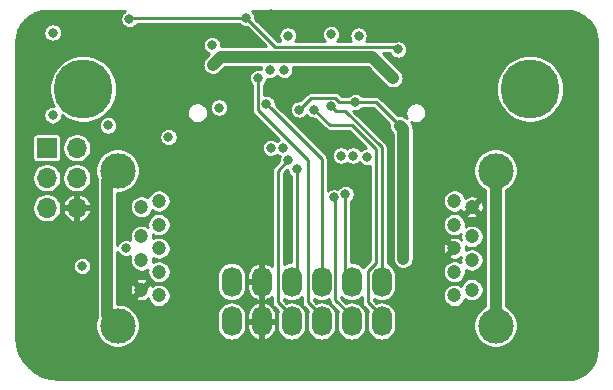
<source format=gbr>
%TF.GenerationSoftware,KiCad,Pcbnew,5.1.7-a382d34a8~88~ubuntu20.04.1*%
%TF.CreationDate,2020-12-12T08:47:46-08:00*%
%TF.ProjectId,syzygy-serdes-breakout,73797a79-6779-42d7-9365-726465732d62,rev?*%
%TF.SameCoordinates,Original*%
%TF.FileFunction,Copper,L3,Inr*%
%TF.FilePolarity,Positive*%
%FSLAX46Y46*%
G04 Gerber Fmt 4.6, Leading zero omitted, Abs format (unit mm)*
G04 Created by KiCad (PCBNEW 5.1.7-a382d34a8~88~ubuntu20.04.1) date 2020-12-12 08:47:46*
%MOMM*%
%LPD*%
G01*
G04 APERTURE LIST*
%TA.AperFunction,ComponentPad*%
%ADD10O,1.700000X1.700000*%
%TD*%
%TA.AperFunction,ComponentPad*%
%ADD11R,1.700000X1.700000*%
%TD*%
%TA.AperFunction,ComponentPad*%
%ADD12C,3.000000*%
%TD*%
%TA.AperFunction,ComponentPad*%
%ADD13C,1.200000*%
%TD*%
%TA.AperFunction,ComponentPad*%
%ADD14O,1.700000X2.540000*%
%TD*%
%TA.AperFunction,ViaPad*%
%ADD15C,5.000000*%
%TD*%
%TA.AperFunction,ViaPad*%
%ADD16C,0.800000*%
%TD*%
%TA.AperFunction,Conductor*%
%ADD17C,0.250000*%
%TD*%
%TA.AperFunction,Conductor*%
%ADD18C,1.000000*%
%TD*%
%TA.AperFunction,Conductor*%
%ADD19C,0.254000*%
%TD*%
%TA.AperFunction,Conductor*%
%ADD20C,0.100000*%
%TD*%
G04 APERTURE END LIST*
D10*
%TO.N,GND*%
%TO.C,J5*%
X80540000Y-110080000D03*
%TO.N,/PMCU_RESET*%
X78000000Y-110080000D03*
%TO.N,/PMCU_MOSI*%
X80540000Y-107540000D03*
%TO.N,/PMCU_SCK*%
X78000000Y-107540000D03*
%TO.N,+3V3*%
X80540000Y-105000000D03*
D11*
%TO.N,/PMCU_MISO*%
X78000000Y-105000000D03*
%TD*%
D12*
%TO.N,/SHIELD0*%
%TO.C,J4*%
X84000000Y-120070000D03*
X84000000Y-106930000D03*
D13*
%TO.N,/RX0_P*%
X87500000Y-109500000D03*
%TO.N,/RX0_N*%
X87500000Y-111500000D03*
%TO.N,/DRAIN*%
X87500000Y-113500000D03*
%TO.N,/TX0_P*%
X87500000Y-115500000D03*
%TO.N,/TX0_N*%
X87500000Y-117500000D03*
%TO.N,GND*%
X86000000Y-117000000D03*
%TO.N,/REFCLK_P*%
X86000000Y-114500000D03*
%TO.N,/REFCLK_N*%
X86000000Y-112500000D03*
%TO.N,/WAKE*%
X86000000Y-110000000D03*
%TD*%
D14*
%TO.N,VCC*%
%TO.C,J3*%
X93650000Y-119670000D03*
X93650000Y-116330000D03*
%TO.N,GND*%
X96190000Y-119670000D03*
X96190000Y-116330000D03*
%TO.N,/S2*%
X98730000Y-119670000D03*
%TO.N,/S4*%
X98730000Y-116330000D03*
%TO.N,/S3*%
X101270000Y-119670000D03*
%TO.N,/S5*%
X101270000Y-116330000D03*
%TO.N,/S6*%
X103810000Y-119670000D03*
%TO.N,/S8*%
X103810000Y-116330000D03*
%TO.N,/S7*%
X106350000Y-119670000D03*
%TO.N,/S9*%
X106350000Y-116330000D03*
%TD*%
D12*
%TO.N,/SHIELD1*%
%TO.C,J2*%
X116000000Y-106930000D03*
X116000000Y-120070000D03*
D13*
%TO.N,/TX1_P*%
X112500000Y-117500000D03*
%TO.N,/TX1_N*%
X112500000Y-115500000D03*
%TO.N,GND*%
X112500000Y-113500000D03*
%TO.N,/RX1_P*%
X112500000Y-111500000D03*
%TO.N,/RX1_N*%
X112500000Y-109500000D03*
%TO.N,GND*%
X114000000Y-110000000D03*
%TO.N,/S0_P*%
X114000000Y-112500000D03*
%TO.N,/S0_N*%
X114000000Y-114500000D03*
%TO.N,Net-(J2-Pad1)*%
X114000000Y-117000000D03*
%TD*%
D15*
%TO.N,*%
X81090000Y-100000000D03*
X118910000Y-100000000D03*
D16*
X78500000Y-95250000D03*
%TO.N,+3V3*%
X94870000Y-94000000D03*
X85000000Y-94075020D03*
X107760000Y-96670000D03*
X81000000Y-115000000D03*
X78500000Y-102250000D03*
%TO.N,/S15*%
X104400000Y-95500000D03*
%TO.N,/S14*%
X105100000Y-105800000D03*
%TO.N,/S13*%
X102087102Y-95390199D03*
%TO.N,/S12*%
X103937340Y-105662660D03*
%TO.N,/S11*%
X98400000Y-95500000D03*
%TO.N,/S10*%
X102904087Y-105654727D03*
%TO.N,/S9*%
X102085930Y-101501250D03*
%TO.N,/S8*%
X103290000Y-108940000D03*
%TO.N,/S7*%
X100659675Y-101764996D03*
%TO.N,/S6*%
X102325716Y-109204913D03*
%TO.N,/S5*%
X96603393Y-101272340D03*
%TO.N,/S4*%
X99150000Y-106770000D03*
%TO.N,/S3*%
X95878383Y-99070010D03*
%TO.N,/S2*%
X98442899Y-106062870D03*
%TO.N,/REFCLK_N*%
X98026500Y-105000000D03*
%TO.N,/REFCLK_P*%
X96973500Y-105000000D03*
%TO.N,/R_GA*%
X92000000Y-96300000D03*
%TO.N,+5V*%
X92060000Y-97970000D03*
X107330000Y-99079998D03*
%TO.N,GND*%
X116800000Y-95000000D03*
X111250000Y-114500000D03*
X110250000Y-114500000D03*
X109500000Y-114750000D03*
X109500000Y-112250000D03*
X110500000Y-112500000D03*
X111500000Y-112250000D03*
X110250000Y-111500000D03*
X91000000Y-96000000D03*
X101100000Y-94900000D03*
X99300000Y-94900000D03*
X100200000Y-94900000D03*
X103000000Y-94900000D03*
X105300000Y-94900000D03*
X106200000Y-94900000D03*
X107100000Y-94900000D03*
X97000000Y-93660000D03*
X85000000Y-98000000D03*
X89000000Y-111750000D03*
X89750000Y-111000000D03*
X90500000Y-110250000D03*
X91250000Y-109500000D03*
X92000000Y-108750000D03*
X92750000Y-108000000D03*
X93500000Y-107250000D03*
X94250000Y-106500000D03*
X88750000Y-108500000D03*
X89500000Y-107750000D03*
X90250000Y-107000000D03*
X91000000Y-106250000D03*
X84500000Y-117500000D03*
X84500000Y-115500000D03*
X79250000Y-117500000D03*
X78250000Y-117500000D03*
X77500000Y-117000000D03*
X76750000Y-116250000D03*
X76250000Y-115500000D03*
X79250000Y-115500000D03*
X78500000Y-115000000D03*
X77750000Y-114250000D03*
X77250000Y-113500000D03*
X77000000Y-112750000D03*
X77000000Y-111750000D03*
X77250000Y-102250000D03*
X77250000Y-101250000D03*
X77250000Y-100250000D03*
X77250000Y-99250000D03*
X79250000Y-97250000D03*
X80000000Y-96500000D03*
X91000000Y-112500000D03*
X90250000Y-113250000D03*
X91750000Y-111750000D03*
X93000000Y-111750000D03*
X93750000Y-111000000D03*
X94500000Y-110250000D03*
X95250000Y-109500000D03*
X95000000Y-108250000D03*
X95750000Y-107500000D03*
X89500000Y-114000000D03*
X88750000Y-114750000D03*
X105000000Y-107500000D03*
X105000000Y-111500000D03*
X104250000Y-111500000D03*
X98400000Y-109750000D03*
X96750000Y-108250000D03*
X97250000Y-106000000D03*
X94250000Y-105750000D03*
X109500000Y-109500000D03*
X110750000Y-109500000D03*
X117200000Y-117600000D03*
X118000000Y-117600000D03*
X118800000Y-117600000D03*
X119600000Y-117600000D03*
X120400000Y-117600000D03*
X121200000Y-117600000D03*
X122000000Y-117400000D03*
X122600000Y-116800000D03*
X123200000Y-116200000D03*
X123800000Y-115600000D03*
X124000000Y-114800000D03*
X124000000Y-114000000D03*
X124000000Y-113200000D03*
X124000000Y-112400000D03*
X124000000Y-111600000D03*
X124000000Y-110800000D03*
X124000000Y-110000000D03*
X124000000Y-109200000D03*
X124000000Y-108400000D03*
X124000000Y-107600000D03*
X124000000Y-106800000D03*
X124000000Y-106000000D03*
X124000000Y-105200000D03*
X124000000Y-104400000D03*
X124000000Y-103600000D03*
X124000000Y-102800000D03*
X124000000Y-102000000D03*
X124000000Y-101200000D03*
X124000000Y-100400000D03*
X124000000Y-99600000D03*
X124000000Y-98800000D03*
X123400000Y-98000000D03*
X112400000Y-95000000D03*
X111600000Y-95000000D03*
X117200000Y-115400000D03*
X118000000Y-115400000D03*
X118800000Y-115400000D03*
X119600000Y-115400000D03*
X120400000Y-115400000D03*
X121200000Y-115400000D03*
X121800000Y-114800000D03*
X122000000Y-114000000D03*
X122000000Y-113200000D03*
X122000000Y-112400000D03*
X122000000Y-111600000D03*
X122000000Y-110800000D03*
X122000000Y-110000000D03*
X122000000Y-109200000D03*
X122000000Y-108400000D03*
X122000000Y-107600000D03*
X122000000Y-106800000D03*
X122000000Y-106000000D03*
X122000000Y-105200000D03*
X122000000Y-104400000D03*
X122000000Y-103600000D03*
X122000000Y-102800000D03*
X122000000Y-102000000D03*
X122000000Y-101200000D03*
X119000000Y-96600000D03*
%TO.N,/DRAIN*%
X84700000Y-113500000D03*
%TO.N,VCC*%
X108180000Y-114400000D03*
X107880000Y-103130000D03*
X99380000Y-101760000D03*
X104140000Y-101110000D03*
%TO.N,/PMCU_MOSI*%
X88300000Y-104100000D03*
%TO.N,/PMCU_SCK*%
X83200000Y-103100000D03*
X92600000Y-101600000D03*
%TO.N,/S0_N*%
X96900000Y-98400000D03*
%TO.N,/S0_P*%
X98100000Y-98400000D03*
%TD*%
D17*
%TO.N,+3V3*%
X85075020Y-94000000D02*
X85000000Y-94075020D01*
X94870000Y-94000000D02*
X85075020Y-94000000D01*
X97344988Y-96474988D02*
X106280641Y-96474988D01*
X94870000Y-94000000D02*
X97344988Y-96474988D01*
X107564988Y-96474988D02*
X107760000Y-96670000D01*
X106280641Y-96474988D02*
X107564988Y-96474988D01*
%TO.N,/S9*%
X102485929Y-101901249D02*
X102085930Y-101501250D01*
X103274838Y-101901249D02*
X102485929Y-101901249D01*
X106350000Y-116730000D02*
X106350000Y-104976411D01*
X106350000Y-104976411D02*
X103274838Y-101901249D01*
%TO.N,/S8*%
X103290000Y-116210000D02*
X103810000Y-116730000D01*
X103290000Y-108940000D02*
X103290000Y-116210000D01*
%TO.N,/S7*%
X100659675Y-101764996D02*
X101984679Y-103090000D01*
X103820000Y-103090000D02*
X105860000Y-105130000D01*
X105860000Y-105130000D02*
X105860000Y-114738285D01*
X101984679Y-103090000D02*
X103820000Y-103090000D01*
X105860000Y-114738285D02*
X105174990Y-115423295D01*
X105174990Y-115423295D02*
X105174990Y-118094990D01*
X105174990Y-118094990D02*
X106350000Y-119270000D01*
%TO.N,/S6*%
X102445010Y-117905010D02*
X103810000Y-119270000D01*
X102445010Y-109324207D02*
X102445010Y-117905010D01*
X102325716Y-109204913D02*
X102445010Y-109324207D01*
%TO.N,/S5*%
X101270000Y-105938947D02*
X97003392Y-101672339D01*
X97003392Y-101672339D02*
X96603393Y-101272340D01*
X101270000Y-116730000D02*
X101270000Y-105938947D01*
%TO.N,/S4*%
X99150000Y-116310000D02*
X98730000Y-116730000D01*
X99150000Y-106770000D02*
X99150000Y-116310000D01*
%TO.N,/S3*%
X101270000Y-119270000D02*
X100094990Y-118094990D01*
X100094990Y-118094990D02*
X100094990Y-106034990D01*
X100094990Y-106034990D02*
X95878383Y-101818383D01*
X95878383Y-101818383D02*
X95878383Y-99070010D01*
%TO.N,/S2*%
X97554990Y-118094990D02*
X98730000Y-119270000D01*
X97554990Y-106950779D02*
X97554990Y-118094990D01*
X98442899Y-106062870D02*
X97554990Y-106950779D01*
D18*
%TO.N,+5V*%
X92060000Y-97970000D02*
X92730001Y-97299999D01*
X92730001Y-97299999D02*
X105550001Y-97299999D01*
X105550001Y-97299999D02*
X107330000Y-99079998D01*
%TO.N,/SHIELD1*%
X116000000Y-106930000D02*
X116000000Y-120070000D01*
%TO.N,/SHIELD0*%
X83100001Y-119170001D02*
X84000000Y-120070000D01*
X84000000Y-106930000D02*
X83100001Y-107829999D01*
X83100001Y-107829999D02*
X83100001Y-119170001D01*
%TO.N,VCC*%
X108180000Y-103430000D02*
X107880000Y-103130000D01*
X108180000Y-114400000D02*
X108180000Y-103430000D01*
D17*
X105860000Y-101110000D02*
X104140000Y-101110000D01*
X107880000Y-103130000D02*
X105860000Y-101110000D01*
X100363751Y-100776249D02*
X99380000Y-101760000D01*
X102433931Y-100776249D02*
X100363751Y-100776249D01*
X102767682Y-101110000D02*
X102433931Y-100776249D01*
X104140000Y-101110000D02*
X102767682Y-101110000D01*
%TD*%
D19*
%TO.N,GND*%
X84502141Y-93468378D02*
X84393358Y-93577161D01*
X84307887Y-93705078D01*
X84249013Y-93847211D01*
X84219000Y-93998098D01*
X84219000Y-94151942D01*
X84249013Y-94302829D01*
X84307887Y-94444962D01*
X84393358Y-94572879D01*
X84502141Y-94681662D01*
X84630058Y-94767133D01*
X84772191Y-94826007D01*
X84923078Y-94856020D01*
X85076922Y-94856020D01*
X85227809Y-94826007D01*
X85369942Y-94767133D01*
X85497859Y-94681662D01*
X85606642Y-94572879D01*
X85651329Y-94506000D01*
X94271499Y-94506000D01*
X94372141Y-94606642D01*
X94500058Y-94692113D01*
X94642191Y-94750987D01*
X94793078Y-94781000D01*
X94935409Y-94781000D01*
X96573407Y-96418999D01*
X92773271Y-96418999D01*
X92772643Y-96418937D01*
X92781000Y-96376922D01*
X92781000Y-96223078D01*
X92750987Y-96072191D01*
X92692113Y-95930058D01*
X92606642Y-95802141D01*
X92497859Y-95693358D01*
X92369942Y-95607887D01*
X92227809Y-95549013D01*
X92076922Y-95519000D01*
X91923078Y-95519000D01*
X91772191Y-95549013D01*
X91630058Y-95607887D01*
X91502141Y-95693358D01*
X91393358Y-95802141D01*
X91307887Y-95930058D01*
X91249013Y-96072191D01*
X91219000Y-96223078D01*
X91219000Y-96376922D01*
X91249013Y-96527809D01*
X91307887Y-96669942D01*
X91393358Y-96797859D01*
X91502141Y-96906642D01*
X91630058Y-96992113D01*
X91744543Y-97039535D01*
X91406441Y-97377638D01*
X91323932Y-97478175D01*
X91242125Y-97631226D01*
X91191749Y-97797295D01*
X91174738Y-97970000D01*
X91191749Y-98142705D01*
X91242125Y-98308774D01*
X91323932Y-98461825D01*
X91434026Y-98595974D01*
X91568175Y-98706068D01*
X91721226Y-98787875D01*
X91887295Y-98838251D01*
X92060000Y-98855262D01*
X92232705Y-98838251D01*
X92398774Y-98787875D01*
X92551825Y-98706068D01*
X92652362Y-98623559D01*
X93094923Y-98180999D01*
X96147261Y-98180999D01*
X96119000Y-98323078D01*
X96119000Y-98324328D01*
X96106192Y-98319023D01*
X95955305Y-98289010D01*
X95801461Y-98289010D01*
X95650574Y-98319023D01*
X95508441Y-98377897D01*
X95380524Y-98463368D01*
X95271741Y-98572151D01*
X95186270Y-98700068D01*
X95127396Y-98842201D01*
X95097383Y-98993088D01*
X95097383Y-99146932D01*
X95127396Y-99297819D01*
X95186270Y-99439952D01*
X95271741Y-99567869D01*
X95372384Y-99668512D01*
X95372383Y-101793537D01*
X95369936Y-101818383D01*
X95372383Y-101843229D01*
X95372383Y-101843236D01*
X95379705Y-101917575D01*
X95408638Y-102012957D01*
X95455624Y-102100862D01*
X95518856Y-102177910D01*
X95538168Y-102193759D01*
X97654003Y-104309594D01*
X97528641Y-104393358D01*
X97500000Y-104421999D01*
X97471359Y-104393358D01*
X97343442Y-104307887D01*
X97201309Y-104249013D01*
X97050422Y-104219000D01*
X96896578Y-104219000D01*
X96745691Y-104249013D01*
X96603558Y-104307887D01*
X96475641Y-104393358D01*
X96366858Y-104502141D01*
X96281387Y-104630058D01*
X96222513Y-104772191D01*
X96192500Y-104923078D01*
X96192500Y-105076922D01*
X96222513Y-105227809D01*
X96281387Y-105369942D01*
X96366858Y-105497859D01*
X96475641Y-105606642D01*
X96603558Y-105692113D01*
X96745691Y-105750987D01*
X96896578Y-105781000D01*
X97050422Y-105781000D01*
X97201309Y-105750987D01*
X97343442Y-105692113D01*
X97471359Y-105606642D01*
X97500000Y-105578001D01*
X97528641Y-105606642D01*
X97656558Y-105692113D01*
X97737275Y-105725547D01*
X97691912Y-105835061D01*
X97661899Y-105985948D01*
X97661899Y-106128278D01*
X97214775Y-106575403D01*
X97195463Y-106591252D01*
X97132231Y-106668300D01*
X97085245Y-106756205D01*
X97056312Y-106851587D01*
X97048990Y-106925926D01*
X97048990Y-106925933D01*
X97046543Y-106950779D01*
X97048990Y-106975625D01*
X97048991Y-115027371D01*
X96970646Y-114949749D01*
X96768310Y-114815903D01*
X96543750Y-114724103D01*
X96506980Y-114720511D01*
X96317000Y-114781373D01*
X96317000Y-116203000D01*
X96337000Y-116203000D01*
X96337000Y-116457000D01*
X96317000Y-116457000D01*
X96317000Y-117878627D01*
X96506980Y-117939489D01*
X96543750Y-117935897D01*
X96768310Y-117844097D01*
X96970646Y-117710251D01*
X97048991Y-117632628D01*
X97048991Y-118070134D01*
X97046543Y-118094990D01*
X97056312Y-118194182D01*
X97085245Y-118289564D01*
X97085246Y-118289565D01*
X97132232Y-118377469D01*
X97195464Y-118454517D01*
X97214770Y-118470361D01*
X97571804Y-118827396D01*
X97516812Y-119008682D01*
X97499000Y-119189528D01*
X97499000Y-120150471D01*
X97516812Y-120331317D01*
X97587202Y-120563362D01*
X97701509Y-120777215D01*
X97855340Y-120964660D01*
X98042784Y-121118491D01*
X98256637Y-121232798D01*
X98488682Y-121303188D01*
X98730000Y-121326956D01*
X98971317Y-121303188D01*
X99203362Y-121232798D01*
X99417215Y-121118491D01*
X99604660Y-120964660D01*
X99758491Y-120777216D01*
X99872798Y-120563363D01*
X99943188Y-120331318D01*
X99961000Y-120150472D01*
X99961000Y-119189529D01*
X99943188Y-119008682D01*
X99872798Y-118776637D01*
X99758491Y-118562784D01*
X99604660Y-118375340D01*
X99417216Y-118221509D01*
X99203363Y-118107202D01*
X98971318Y-118036812D01*
X98730000Y-118013044D01*
X98488683Y-118036812D01*
X98276706Y-118101115D01*
X98060990Y-117885399D01*
X98060990Y-117788222D01*
X98256637Y-117892798D01*
X98488682Y-117963188D01*
X98730000Y-117986956D01*
X98971317Y-117963188D01*
X99203362Y-117892798D01*
X99417215Y-117778491D01*
X99588990Y-117637520D01*
X99588990Y-118070144D01*
X99586543Y-118094990D01*
X99588990Y-118119836D01*
X99588990Y-118119843D01*
X99596312Y-118194182D01*
X99625245Y-118289564D01*
X99672231Y-118377469D01*
X99735463Y-118454517D01*
X99754775Y-118470366D01*
X100111804Y-118827396D01*
X100056812Y-119008682D01*
X100039000Y-119189528D01*
X100039000Y-120150471D01*
X100056812Y-120331317D01*
X100127202Y-120563362D01*
X100241509Y-120777215D01*
X100395340Y-120964660D01*
X100582784Y-121118491D01*
X100796637Y-121232798D01*
X101028682Y-121303188D01*
X101270000Y-121326956D01*
X101511317Y-121303188D01*
X101743362Y-121232798D01*
X101957215Y-121118491D01*
X102144660Y-120964660D01*
X102298491Y-120777216D01*
X102412798Y-120563363D01*
X102483188Y-120331318D01*
X102501000Y-120150472D01*
X102501000Y-119189529D01*
X102483188Y-119008682D01*
X102412798Y-118776637D01*
X102298491Y-118562784D01*
X102144660Y-118375340D01*
X101957216Y-118221509D01*
X101743363Y-118107202D01*
X101511318Y-118036812D01*
X101270000Y-118013044D01*
X101028683Y-118036812D01*
X100816706Y-118101115D01*
X100600990Y-117885399D01*
X100600990Y-117788222D01*
X100796637Y-117892798D01*
X101028682Y-117963188D01*
X101270000Y-117986956D01*
X101511317Y-117963188D01*
X101743362Y-117892798D01*
X101939011Y-117788221D01*
X101939011Y-117880154D01*
X101936563Y-117905010D01*
X101946332Y-118004202D01*
X101975265Y-118099584D01*
X101975266Y-118099585D01*
X102022252Y-118187489D01*
X102085484Y-118264537D01*
X102104790Y-118280381D01*
X102651804Y-118827396D01*
X102596812Y-119008682D01*
X102579000Y-119189528D01*
X102579000Y-120150471D01*
X102596812Y-120331317D01*
X102667202Y-120563362D01*
X102781509Y-120777215D01*
X102935340Y-120964660D01*
X103122784Y-121118491D01*
X103336637Y-121232798D01*
X103568682Y-121303188D01*
X103810000Y-121326956D01*
X104051317Y-121303188D01*
X104283362Y-121232798D01*
X104497215Y-121118491D01*
X104684660Y-120964660D01*
X104838491Y-120777216D01*
X104952798Y-120563363D01*
X105023188Y-120331318D01*
X105041000Y-120150472D01*
X105041000Y-119189529D01*
X105023188Y-119008682D01*
X104952798Y-118776637D01*
X104838491Y-118562784D01*
X104684660Y-118375340D01*
X104497216Y-118221509D01*
X104283363Y-118107202D01*
X104051318Y-118036812D01*
X103810000Y-118013044D01*
X103568683Y-118036812D01*
X103356706Y-118101114D01*
X102951010Y-117695419D01*
X102951010Y-117637520D01*
X103122784Y-117778491D01*
X103336637Y-117892798D01*
X103568682Y-117963188D01*
X103810000Y-117986956D01*
X104051317Y-117963188D01*
X104283362Y-117892798D01*
X104497215Y-117778491D01*
X104668991Y-117637519D01*
X104668991Y-118070134D01*
X104666543Y-118094990D01*
X104676312Y-118194182D01*
X104705245Y-118289564D01*
X104705246Y-118289565D01*
X104752232Y-118377469D01*
X104815464Y-118454517D01*
X104834770Y-118470361D01*
X105191804Y-118827396D01*
X105136812Y-119008682D01*
X105119000Y-119189528D01*
X105119000Y-120150471D01*
X105136812Y-120331317D01*
X105207202Y-120563362D01*
X105321509Y-120777215D01*
X105475340Y-120964660D01*
X105662784Y-121118491D01*
X105876637Y-121232798D01*
X106108682Y-121303188D01*
X106350000Y-121326956D01*
X106591317Y-121303188D01*
X106823362Y-121232798D01*
X107037215Y-121118491D01*
X107224660Y-120964660D01*
X107378491Y-120777216D01*
X107492798Y-120563363D01*
X107563188Y-120331318D01*
X107581000Y-120150472D01*
X107581000Y-119189529D01*
X107563188Y-119008682D01*
X107492798Y-118776637D01*
X107378491Y-118562784D01*
X107224660Y-118375340D01*
X107037216Y-118221509D01*
X106823363Y-118107202D01*
X106591318Y-118036812D01*
X106350000Y-118013044D01*
X106108683Y-118036812D01*
X105896706Y-118101115D01*
X105680990Y-117885399D01*
X105680990Y-117788222D01*
X105876637Y-117892798D01*
X106108682Y-117963188D01*
X106350000Y-117986956D01*
X106591317Y-117963188D01*
X106823362Y-117892798D01*
X107037215Y-117778491D01*
X107224660Y-117624660D01*
X107378491Y-117437216D01*
X107396576Y-117403380D01*
X111519000Y-117403380D01*
X111519000Y-117596620D01*
X111556699Y-117786147D01*
X111630649Y-117964678D01*
X111738007Y-118125351D01*
X111874649Y-118261993D01*
X112035322Y-118369351D01*
X112213853Y-118443301D01*
X112403380Y-118481000D01*
X112596620Y-118481000D01*
X112786147Y-118443301D01*
X112964678Y-118369351D01*
X113125351Y-118261993D01*
X113261993Y-118125351D01*
X113369351Y-117964678D01*
X113436255Y-117803157D01*
X113535322Y-117869351D01*
X113713853Y-117943301D01*
X113903380Y-117981000D01*
X114096620Y-117981000D01*
X114286147Y-117943301D01*
X114464678Y-117869351D01*
X114625351Y-117761993D01*
X114761993Y-117625351D01*
X114869351Y-117464678D01*
X114943301Y-117286147D01*
X114981000Y-117096620D01*
X114981000Y-116903380D01*
X114943301Y-116713853D01*
X114869351Y-116535322D01*
X114761993Y-116374649D01*
X114625351Y-116238007D01*
X114464678Y-116130649D01*
X114286147Y-116056699D01*
X114096620Y-116019000D01*
X113903380Y-116019000D01*
X113713853Y-116056699D01*
X113535322Y-116130649D01*
X113374649Y-116238007D01*
X113238007Y-116374649D01*
X113130649Y-116535322D01*
X113063745Y-116696843D01*
X112964678Y-116630649D01*
X112786147Y-116556699D01*
X112596620Y-116519000D01*
X112403380Y-116519000D01*
X112213853Y-116556699D01*
X112035322Y-116630649D01*
X111874649Y-116738007D01*
X111738007Y-116874649D01*
X111630649Y-117035322D01*
X111556699Y-117213853D01*
X111519000Y-117403380D01*
X107396576Y-117403380D01*
X107492798Y-117223363D01*
X107563188Y-116991318D01*
X107581000Y-116810472D01*
X107581000Y-115849529D01*
X107563188Y-115668682D01*
X107492798Y-115436637D01*
X107378491Y-115222784D01*
X107224660Y-115035340D01*
X107037216Y-114881509D01*
X106856000Y-114784647D01*
X106856000Y-105001265D01*
X106858448Y-104976411D01*
X106848678Y-104877218D01*
X106819745Y-104781836D01*
X106772759Y-104693932D01*
X106709527Y-104616884D01*
X106690220Y-104601039D01*
X103959597Y-101870416D01*
X104063078Y-101891000D01*
X104216922Y-101891000D01*
X104367809Y-101860987D01*
X104509942Y-101802113D01*
X104637859Y-101716642D01*
X104738501Y-101616000D01*
X105650409Y-101616000D01*
X107009952Y-102975543D01*
X106994738Y-103130000D01*
X107011749Y-103302705D01*
X107062125Y-103468774D01*
X107143932Y-103621825D01*
X107226441Y-103722362D01*
X107299001Y-103794922D01*
X107299000Y-114443272D01*
X107311748Y-114572705D01*
X107362125Y-114738774D01*
X107443932Y-114891824D01*
X107554025Y-115025975D01*
X107688175Y-115136068D01*
X107841225Y-115217875D01*
X108007294Y-115268252D01*
X108180000Y-115285262D01*
X108352705Y-115268252D01*
X108518774Y-115217875D01*
X108671824Y-115136068D01*
X108805975Y-115025975D01*
X108916068Y-114891825D01*
X108997875Y-114738775D01*
X109048252Y-114572706D01*
X109061000Y-114443273D01*
X109061000Y-113588525D01*
X111518235Y-113588525D01*
X111554370Y-113778356D01*
X111626845Y-113957491D01*
X111634511Y-113971834D01*
X111786958Y-114033437D01*
X112320395Y-113500000D01*
X111786958Y-112966563D01*
X111634511Y-113028166D01*
X111559091Y-113206081D01*
X111519829Y-113395291D01*
X111518235Y-113588525D01*
X109061000Y-113588525D01*
X109061000Y-111403380D01*
X111519000Y-111403380D01*
X111519000Y-111596620D01*
X111556699Y-111786147D01*
X111630649Y-111964678D01*
X111738007Y-112125351D01*
X111874649Y-112261993D01*
X112035322Y-112369351D01*
X112213853Y-112443301D01*
X112403380Y-112481000D01*
X112596620Y-112481000D01*
X112786147Y-112443301D01*
X112964678Y-112369351D01*
X113035133Y-112322275D01*
X113019000Y-112403380D01*
X113019000Y-112596620D01*
X113052974Y-112767419D01*
X113033436Y-112786956D01*
X112971834Y-112634511D01*
X112793919Y-112559091D01*
X112604709Y-112519829D01*
X112411475Y-112518235D01*
X112221644Y-112554370D01*
X112042509Y-112626845D01*
X112028166Y-112634511D01*
X111966563Y-112786958D01*
X112500000Y-113320395D01*
X112514143Y-113306253D01*
X112693748Y-113485858D01*
X112679605Y-113500000D01*
X112693748Y-113514143D01*
X112514143Y-113693748D01*
X112500000Y-113679605D01*
X111966563Y-114213042D01*
X112028166Y-114365489D01*
X112206081Y-114440909D01*
X112395291Y-114480171D01*
X112588525Y-114481765D01*
X112778356Y-114445630D01*
X112957491Y-114373155D01*
X112971834Y-114365489D01*
X113033436Y-114213044D01*
X113052974Y-114232581D01*
X113019000Y-114403380D01*
X113019000Y-114596620D01*
X113035133Y-114677725D01*
X112964678Y-114630649D01*
X112786147Y-114556699D01*
X112596620Y-114519000D01*
X112403380Y-114519000D01*
X112213853Y-114556699D01*
X112035322Y-114630649D01*
X111874649Y-114738007D01*
X111738007Y-114874649D01*
X111630649Y-115035322D01*
X111556699Y-115213853D01*
X111519000Y-115403380D01*
X111519000Y-115596620D01*
X111556699Y-115786147D01*
X111630649Y-115964678D01*
X111738007Y-116125351D01*
X111874649Y-116261993D01*
X112035322Y-116369351D01*
X112213853Y-116443301D01*
X112403380Y-116481000D01*
X112596620Y-116481000D01*
X112786147Y-116443301D01*
X112964678Y-116369351D01*
X113125351Y-116261993D01*
X113261993Y-116125351D01*
X113369351Y-115964678D01*
X113443301Y-115786147D01*
X113481000Y-115596620D01*
X113481000Y-115403380D01*
X113464867Y-115322275D01*
X113535322Y-115369351D01*
X113713853Y-115443301D01*
X113903380Y-115481000D01*
X114096620Y-115481000D01*
X114286147Y-115443301D01*
X114464678Y-115369351D01*
X114625351Y-115261993D01*
X114761993Y-115125351D01*
X114869351Y-114964678D01*
X114943301Y-114786147D01*
X114981000Y-114596620D01*
X114981000Y-114403380D01*
X114943301Y-114213853D01*
X114869351Y-114035322D01*
X114761993Y-113874649D01*
X114625351Y-113738007D01*
X114464678Y-113630649D01*
X114286147Y-113556699D01*
X114096620Y-113519000D01*
X113903380Y-113519000D01*
X113713853Y-113556699D01*
X113535322Y-113630649D01*
X113465044Y-113677607D01*
X113480171Y-113604709D01*
X113481765Y-113411475D01*
X113464773Y-113322212D01*
X113535322Y-113369351D01*
X113713853Y-113443301D01*
X113903380Y-113481000D01*
X114096620Y-113481000D01*
X114286147Y-113443301D01*
X114464678Y-113369351D01*
X114625351Y-113261993D01*
X114761993Y-113125351D01*
X114869351Y-112964678D01*
X114943301Y-112786147D01*
X114981000Y-112596620D01*
X114981000Y-112403380D01*
X114943301Y-112213853D01*
X114869351Y-112035322D01*
X114761993Y-111874649D01*
X114625351Y-111738007D01*
X114464678Y-111630649D01*
X114286147Y-111556699D01*
X114096620Y-111519000D01*
X113903380Y-111519000D01*
X113713853Y-111556699D01*
X113535322Y-111630649D01*
X113464867Y-111677725D01*
X113481000Y-111596620D01*
X113481000Y-111403380D01*
X113443301Y-111213853D01*
X113369351Y-111035322D01*
X113261993Y-110874649D01*
X113125351Y-110738007D01*
X113087989Y-110713042D01*
X113466563Y-110713042D01*
X113528166Y-110865489D01*
X113706081Y-110940909D01*
X113895291Y-110980171D01*
X114088525Y-110981765D01*
X114278356Y-110945630D01*
X114457491Y-110873155D01*
X114471834Y-110865489D01*
X114533437Y-110713042D01*
X114000000Y-110179605D01*
X113466563Y-110713042D01*
X113087989Y-110713042D01*
X112964678Y-110630649D01*
X112786147Y-110556699D01*
X112596620Y-110519000D01*
X112403380Y-110519000D01*
X112213853Y-110556699D01*
X112035322Y-110630649D01*
X111874649Y-110738007D01*
X111738007Y-110874649D01*
X111630649Y-111035322D01*
X111556699Y-111213853D01*
X111519000Y-111403380D01*
X109061000Y-111403380D01*
X109061000Y-109403380D01*
X111519000Y-109403380D01*
X111519000Y-109596620D01*
X111556699Y-109786147D01*
X111630649Y-109964678D01*
X111738007Y-110125351D01*
X111874649Y-110261993D01*
X112035322Y-110369351D01*
X112213853Y-110443301D01*
X112403380Y-110481000D01*
X112596620Y-110481000D01*
X112786147Y-110443301D01*
X112964678Y-110369351D01*
X113064264Y-110302810D01*
X113126845Y-110457491D01*
X113134511Y-110471834D01*
X113286958Y-110533437D01*
X113820395Y-110000000D01*
X114179605Y-110000000D01*
X114713042Y-110533437D01*
X114865489Y-110471834D01*
X114940909Y-110293919D01*
X114980171Y-110104709D01*
X114981765Y-109911475D01*
X114945630Y-109721644D01*
X114873155Y-109542509D01*
X114865489Y-109528166D01*
X114713042Y-109466563D01*
X114179605Y-110000000D01*
X113820395Y-110000000D01*
X113806253Y-109985858D01*
X113985858Y-109806253D01*
X114000000Y-109820395D01*
X114533437Y-109286958D01*
X114471834Y-109134511D01*
X114293919Y-109059091D01*
X114104709Y-109019829D01*
X113911475Y-109018235D01*
X113721644Y-109054370D01*
X113542509Y-109126845D01*
X113528166Y-109134511D01*
X113466564Y-109286956D01*
X113455677Y-109276069D01*
X113443301Y-109213853D01*
X113369351Y-109035322D01*
X113261993Y-108874649D01*
X113125351Y-108738007D01*
X112964678Y-108630649D01*
X112786147Y-108556699D01*
X112596620Y-108519000D01*
X112403380Y-108519000D01*
X112213853Y-108556699D01*
X112035322Y-108630649D01*
X111874649Y-108738007D01*
X111738007Y-108874649D01*
X111630649Y-109035322D01*
X111556699Y-109213853D01*
X111519000Y-109403380D01*
X109061000Y-109403380D01*
X109061000Y-106744738D01*
X114119000Y-106744738D01*
X114119000Y-107115262D01*
X114191286Y-107478667D01*
X114333080Y-107820987D01*
X114538932Y-108129067D01*
X114800933Y-108391068D01*
X115109013Y-108596920D01*
X115119000Y-108601057D01*
X115119001Y-118398943D01*
X115109013Y-118403080D01*
X114800933Y-118608932D01*
X114538932Y-118870933D01*
X114333080Y-119179013D01*
X114191286Y-119521333D01*
X114119000Y-119884738D01*
X114119000Y-120255262D01*
X114191286Y-120618667D01*
X114333080Y-120960987D01*
X114538932Y-121269067D01*
X114800933Y-121531068D01*
X115109013Y-121736920D01*
X115451333Y-121878714D01*
X115814738Y-121951000D01*
X116185262Y-121951000D01*
X116548667Y-121878714D01*
X116890987Y-121736920D01*
X117199067Y-121531068D01*
X117461068Y-121269067D01*
X117666920Y-120960987D01*
X117808714Y-120618667D01*
X117881000Y-120255262D01*
X117881000Y-119884738D01*
X117808714Y-119521333D01*
X117666920Y-119179013D01*
X117461068Y-118870933D01*
X117199067Y-118608932D01*
X116890987Y-118403080D01*
X116881000Y-118398943D01*
X116881000Y-108601057D01*
X116890987Y-108596920D01*
X117199067Y-108391068D01*
X117461068Y-108129067D01*
X117666920Y-107820987D01*
X117808714Y-107478667D01*
X117881000Y-107115262D01*
X117881000Y-106744738D01*
X117808714Y-106381333D01*
X117666920Y-106039013D01*
X117461068Y-105730933D01*
X117199067Y-105468932D01*
X116890987Y-105263080D01*
X116548667Y-105121286D01*
X116185262Y-105049000D01*
X115814738Y-105049000D01*
X115451333Y-105121286D01*
X115109013Y-105263080D01*
X114800933Y-105468932D01*
X114538932Y-105730933D01*
X114333080Y-106039013D01*
X114191286Y-106381333D01*
X114119000Y-106744738D01*
X109061000Y-106744738D01*
X109061000Y-103473269D01*
X109065262Y-103429999D01*
X109061000Y-103386727D01*
X109048252Y-103257294D01*
X108997875Y-103091225D01*
X108916068Y-102938175D01*
X108819164Y-102820095D01*
X108980105Y-102886759D01*
X109152244Y-102921000D01*
X109327756Y-102921000D01*
X109499895Y-102886759D01*
X109662047Y-102819594D01*
X109807979Y-102722085D01*
X109932085Y-102597979D01*
X110029594Y-102452047D01*
X110096759Y-102289895D01*
X110131000Y-102117756D01*
X110131000Y-101942244D01*
X110096759Y-101770105D01*
X110029594Y-101607953D01*
X109932085Y-101462021D01*
X109807979Y-101337915D01*
X109662047Y-101240406D01*
X109499895Y-101173241D01*
X109327756Y-101139000D01*
X109152244Y-101139000D01*
X108980105Y-101173241D01*
X108817953Y-101240406D01*
X108672021Y-101337915D01*
X108547915Y-101462021D01*
X108450406Y-101607953D01*
X108383241Y-101770105D01*
X108349000Y-101942244D01*
X108349000Y-102117756D01*
X108383241Y-102289895D01*
X108450406Y-102452047D01*
X108459838Y-102466163D01*
X108371825Y-102393932D01*
X108218774Y-102312125D01*
X108052705Y-102261749D01*
X107880000Y-102244738D01*
X107725543Y-102259952D01*
X106235376Y-100769785D01*
X106219527Y-100750473D01*
X106142479Y-100687241D01*
X106054575Y-100640255D01*
X105959193Y-100611322D01*
X105884854Y-100604000D01*
X105884846Y-100604000D01*
X105860000Y-100601553D01*
X105835154Y-100604000D01*
X104738501Y-100604000D01*
X104637859Y-100503358D01*
X104509942Y-100417887D01*
X104367809Y-100359013D01*
X104216922Y-100329000D01*
X104063078Y-100329000D01*
X103912191Y-100359013D01*
X103770058Y-100417887D01*
X103642141Y-100503358D01*
X103541499Y-100604000D01*
X102977273Y-100604000D01*
X102809307Y-100436034D01*
X102793458Y-100416722D01*
X102716410Y-100353490D01*
X102628506Y-100306504D01*
X102533124Y-100277571D01*
X102458785Y-100270249D01*
X102458777Y-100270249D01*
X102433931Y-100267802D01*
X102409085Y-100270249D01*
X100388596Y-100270249D01*
X100363750Y-100267802D01*
X100338904Y-100270249D01*
X100338897Y-100270249D01*
X100264558Y-100277571D01*
X100169176Y-100306504D01*
X100081272Y-100353490D01*
X100004224Y-100416722D01*
X99988379Y-100436029D01*
X99445409Y-100979000D01*
X99303078Y-100979000D01*
X99152191Y-101009013D01*
X99010058Y-101067887D01*
X98882141Y-101153358D01*
X98773358Y-101262141D01*
X98687887Y-101390058D01*
X98629013Y-101532191D01*
X98599000Y-101683078D01*
X98599000Y-101836922D01*
X98629013Y-101987809D01*
X98687887Y-102129942D01*
X98773358Y-102257859D01*
X98882141Y-102366642D01*
X99010058Y-102452113D01*
X99152191Y-102510987D01*
X99303078Y-102541000D01*
X99456922Y-102541000D01*
X99607809Y-102510987D01*
X99749942Y-102452113D01*
X99877859Y-102366642D01*
X99986642Y-102257859D01*
X100018168Y-102210676D01*
X100053033Y-102262855D01*
X100161816Y-102371638D01*
X100289733Y-102457109D01*
X100431866Y-102515983D01*
X100582753Y-102545996D01*
X100725084Y-102545996D01*
X101609307Y-103430220D01*
X101625152Y-103449527D01*
X101702200Y-103512759D01*
X101790104Y-103559745D01*
X101885486Y-103588678D01*
X101984679Y-103598448D01*
X102009533Y-103596000D01*
X103610409Y-103596000D01*
X105033408Y-105019000D01*
X105023078Y-105019000D01*
X104872191Y-105049013D01*
X104730058Y-105107887D01*
X104602141Y-105193358D01*
X104578715Y-105216784D01*
X104543982Y-105164801D01*
X104435199Y-105056018D01*
X104307282Y-104970547D01*
X104165149Y-104911673D01*
X104014262Y-104881660D01*
X103860418Y-104881660D01*
X103709531Y-104911673D01*
X103567398Y-104970547D01*
X103439481Y-105056018D01*
X103424680Y-105070819D01*
X103401946Y-105048085D01*
X103274029Y-104962614D01*
X103131896Y-104903740D01*
X102981009Y-104873727D01*
X102827165Y-104873727D01*
X102676278Y-104903740D01*
X102534145Y-104962614D01*
X102406228Y-105048085D01*
X102297445Y-105156868D01*
X102211974Y-105284785D01*
X102153100Y-105426918D01*
X102123087Y-105577805D01*
X102123087Y-105731649D01*
X102153100Y-105882536D01*
X102211974Y-106024669D01*
X102297445Y-106152586D01*
X102406228Y-106261369D01*
X102534145Y-106346840D01*
X102676278Y-106405714D01*
X102827165Y-106435727D01*
X102981009Y-106435727D01*
X103131896Y-106405714D01*
X103274029Y-106346840D01*
X103401946Y-106261369D01*
X103416747Y-106246568D01*
X103439481Y-106269302D01*
X103567398Y-106354773D01*
X103709531Y-106413647D01*
X103860418Y-106443660D01*
X104014262Y-106443660D01*
X104165149Y-106413647D01*
X104307282Y-106354773D01*
X104435199Y-106269302D01*
X104458625Y-106245876D01*
X104493358Y-106297859D01*
X104602141Y-106406642D01*
X104730058Y-106492113D01*
X104872191Y-106550987D01*
X105023078Y-106581000D01*
X105176922Y-106581000D01*
X105327809Y-106550987D01*
X105354000Y-106540138D01*
X105354001Y-114528692D01*
X104834775Y-115047919D01*
X104815463Y-115063768D01*
X104761726Y-115129246D01*
X104684660Y-115035340D01*
X104497216Y-114881509D01*
X104283363Y-114767202D01*
X104051318Y-114696812D01*
X103810000Y-114673044D01*
X103796000Y-114674423D01*
X103796000Y-109538501D01*
X103896642Y-109437859D01*
X103982113Y-109309942D01*
X104040987Y-109167809D01*
X104071000Y-109016922D01*
X104071000Y-108863078D01*
X104040987Y-108712191D01*
X103982113Y-108570058D01*
X103896642Y-108442141D01*
X103787859Y-108333358D01*
X103659942Y-108247887D01*
X103517809Y-108189013D01*
X103366922Y-108159000D01*
X103213078Y-108159000D01*
X103062191Y-108189013D01*
X102920058Y-108247887D01*
X102792141Y-108333358D01*
X102683358Y-108442141D01*
X102649046Y-108493493D01*
X102553525Y-108453926D01*
X102402638Y-108423913D01*
X102248794Y-108423913D01*
X102097907Y-108453926D01*
X101955774Y-108512800D01*
X101827857Y-108598271D01*
X101776000Y-108650128D01*
X101776000Y-105963801D01*
X101778448Y-105938947D01*
X101768678Y-105839754D01*
X101739745Y-105744372D01*
X101717814Y-105703343D01*
X101692759Y-105656468D01*
X101629527Y-105579420D01*
X101610220Y-105563575D01*
X97384393Y-101337749D01*
X97384393Y-101195418D01*
X97354380Y-101044531D01*
X97295506Y-100902398D01*
X97210035Y-100774481D01*
X97101252Y-100665698D01*
X96973335Y-100580227D01*
X96831202Y-100521353D01*
X96680315Y-100491340D01*
X96526471Y-100491340D01*
X96384383Y-100519603D01*
X96384383Y-99668511D01*
X96485025Y-99567869D01*
X96570496Y-99439952D01*
X96629370Y-99297819D01*
X96659383Y-99146932D01*
X96659383Y-99145682D01*
X96672191Y-99150987D01*
X96823078Y-99181000D01*
X96976922Y-99181000D01*
X97127809Y-99150987D01*
X97269942Y-99092113D01*
X97397859Y-99006642D01*
X97500000Y-98904501D01*
X97602141Y-99006642D01*
X97730058Y-99092113D01*
X97872191Y-99150987D01*
X98023078Y-99181000D01*
X98176922Y-99181000D01*
X98327809Y-99150987D01*
X98469942Y-99092113D01*
X98597859Y-99006642D01*
X98706642Y-98897859D01*
X98792113Y-98769942D01*
X98850987Y-98627809D01*
X98881000Y-98476922D01*
X98881000Y-98323078D01*
X98852739Y-98180999D01*
X105185080Y-98180999D01*
X106737637Y-99733557D01*
X106838174Y-99816066D01*
X106991225Y-99897873D01*
X107157294Y-99948249D01*
X107330000Y-99965260D01*
X107502706Y-99948249D01*
X107668775Y-99897873D01*
X107821825Y-99816066D01*
X107943455Y-99716246D01*
X116029000Y-99716246D01*
X116029000Y-100283754D01*
X116139715Y-100840357D01*
X116356891Y-101364665D01*
X116672181Y-101836530D01*
X117073470Y-102237819D01*
X117545335Y-102553109D01*
X118069643Y-102770285D01*
X118626246Y-102881000D01*
X119193754Y-102881000D01*
X119750357Y-102770285D01*
X120274665Y-102553109D01*
X120746530Y-102237819D01*
X121147819Y-101836530D01*
X121463109Y-101364665D01*
X121680285Y-100840357D01*
X121791000Y-100283754D01*
X121791000Y-99716246D01*
X121680285Y-99159643D01*
X121463109Y-98635335D01*
X121147819Y-98163470D01*
X120746530Y-97762181D01*
X120274665Y-97446891D01*
X119750357Y-97229715D01*
X119193754Y-97119000D01*
X118626246Y-97119000D01*
X118069643Y-97229715D01*
X117545335Y-97446891D01*
X117073470Y-97762181D01*
X116672181Y-98163470D01*
X116356891Y-98635335D01*
X116139715Y-99159643D01*
X116029000Y-99716246D01*
X107943455Y-99716246D01*
X107955974Y-99705972D01*
X108066068Y-99571823D01*
X108147875Y-99418773D01*
X108198251Y-99252704D01*
X108215262Y-99079998D01*
X108198251Y-98907292D01*
X108147875Y-98741223D01*
X108066068Y-98588172D01*
X107983559Y-98487635D01*
X106476911Y-96980988D01*
X107043467Y-96980988D01*
X107067887Y-97039942D01*
X107153358Y-97167859D01*
X107262141Y-97276642D01*
X107390058Y-97362113D01*
X107532191Y-97420987D01*
X107683078Y-97451000D01*
X107836922Y-97451000D01*
X107987809Y-97420987D01*
X108129942Y-97362113D01*
X108257859Y-97276642D01*
X108366642Y-97167859D01*
X108452113Y-97039942D01*
X108510987Y-96897809D01*
X108541000Y-96746922D01*
X108541000Y-96593078D01*
X108510987Y-96442191D01*
X108452113Y-96300058D01*
X108366642Y-96172141D01*
X108257859Y-96063358D01*
X108129942Y-95977887D01*
X107987809Y-95919013D01*
X107836922Y-95889000D01*
X107683078Y-95889000D01*
X107532191Y-95919013D01*
X107411542Y-95968988D01*
X105025933Y-95968988D01*
X105092113Y-95869942D01*
X105150987Y-95727809D01*
X105181000Y-95576922D01*
X105181000Y-95423078D01*
X105150987Y-95272191D01*
X105092113Y-95130058D01*
X105006642Y-95002141D01*
X104897859Y-94893358D01*
X104769942Y-94807887D01*
X104627809Y-94749013D01*
X104476922Y-94719000D01*
X104323078Y-94719000D01*
X104172191Y-94749013D01*
X104030058Y-94807887D01*
X103902141Y-94893358D01*
X103793358Y-95002141D01*
X103707887Y-95130058D01*
X103649013Y-95272191D01*
X103619000Y-95423078D01*
X103619000Y-95576922D01*
X103649013Y-95727809D01*
X103707887Y-95869942D01*
X103774067Y-95968988D01*
X102612814Y-95968988D01*
X102693744Y-95888058D01*
X102779215Y-95760141D01*
X102838089Y-95618008D01*
X102868102Y-95467121D01*
X102868102Y-95313277D01*
X102838089Y-95162390D01*
X102779215Y-95020257D01*
X102693744Y-94892340D01*
X102584961Y-94783557D01*
X102457044Y-94698086D01*
X102314911Y-94639212D01*
X102164024Y-94609199D01*
X102010180Y-94609199D01*
X101859293Y-94639212D01*
X101717160Y-94698086D01*
X101589243Y-94783557D01*
X101480460Y-94892340D01*
X101394989Y-95020257D01*
X101336115Y-95162390D01*
X101306102Y-95313277D01*
X101306102Y-95467121D01*
X101336115Y-95618008D01*
X101394989Y-95760141D01*
X101480460Y-95888058D01*
X101561390Y-95968988D01*
X99025933Y-95968988D01*
X99092113Y-95869942D01*
X99150987Y-95727809D01*
X99181000Y-95576922D01*
X99181000Y-95423078D01*
X99150987Y-95272191D01*
X99092113Y-95130058D01*
X99006642Y-95002141D01*
X98897859Y-94893358D01*
X98769942Y-94807887D01*
X98627809Y-94749013D01*
X98476922Y-94719000D01*
X98323078Y-94719000D01*
X98172191Y-94749013D01*
X98030058Y-94807887D01*
X97902141Y-94893358D01*
X97793358Y-95002141D01*
X97707887Y-95130058D01*
X97649013Y-95272191D01*
X97619000Y-95423078D01*
X97619000Y-95576922D01*
X97649013Y-95727809D01*
X97707887Y-95869942D01*
X97774067Y-95968988D01*
X97554580Y-95968988D01*
X95651000Y-94065409D01*
X95651000Y-93923078D01*
X95620987Y-93772191D01*
X95562113Y-93630058D01*
X95476642Y-93502141D01*
X95380501Y-93406000D01*
X121980146Y-93406000D01*
X122503463Y-93457312D01*
X122987756Y-93603529D01*
X123434422Y-93841025D01*
X123826450Y-94160755D01*
X124148907Y-94550539D01*
X124389518Y-94995540D01*
X124539111Y-95478796D01*
X124594000Y-96001029D01*
X124594001Y-121980136D01*
X124542688Y-122503464D01*
X124396472Y-122987756D01*
X124158975Y-123434422D01*
X123839245Y-123826450D01*
X123449458Y-124148910D01*
X123004460Y-124389518D01*
X122521205Y-124539111D01*
X121998971Y-124594000D01*
X79019854Y-124594000D01*
X78302304Y-124523644D01*
X77631172Y-124321017D01*
X77012186Y-123991896D01*
X76468916Y-123548815D01*
X76022054Y-123008652D01*
X75688619Y-122391977D01*
X75481314Y-121722284D01*
X75406024Y-121005947D01*
X75406000Y-120999166D01*
X75406000Y-114923078D01*
X80219000Y-114923078D01*
X80219000Y-115076922D01*
X80249013Y-115227809D01*
X80307887Y-115369942D01*
X80393358Y-115497859D01*
X80502141Y-115606642D01*
X80630058Y-115692113D01*
X80772191Y-115750987D01*
X80923078Y-115781000D01*
X81076922Y-115781000D01*
X81227809Y-115750987D01*
X81369942Y-115692113D01*
X81497859Y-115606642D01*
X81606642Y-115497859D01*
X81692113Y-115369942D01*
X81750987Y-115227809D01*
X81781000Y-115076922D01*
X81781000Y-114923078D01*
X81750987Y-114772191D01*
X81692113Y-114630058D01*
X81606642Y-114502141D01*
X81497859Y-114393358D01*
X81369942Y-114307887D01*
X81227809Y-114249013D01*
X81076922Y-114219000D01*
X80923078Y-114219000D01*
X80772191Y-114249013D01*
X80630058Y-114307887D01*
X80502141Y-114393358D01*
X80393358Y-114502141D01*
X80307887Y-114630058D01*
X80249013Y-114772191D01*
X80219000Y-114923078D01*
X75406000Y-114923078D01*
X75406000Y-109958757D01*
X76769000Y-109958757D01*
X76769000Y-110201243D01*
X76816307Y-110439069D01*
X76909102Y-110663097D01*
X77043820Y-110864717D01*
X77215283Y-111036180D01*
X77416903Y-111170898D01*
X77640931Y-111263693D01*
X77878757Y-111311000D01*
X78121243Y-111311000D01*
X78359069Y-111263693D01*
X78583097Y-111170898D01*
X78784717Y-111036180D01*
X78956180Y-110864717D01*
X79090898Y-110663097D01*
X79183693Y-110439069D01*
X79192065Y-110396980D01*
X79350511Y-110396980D01*
X79374866Y-110477288D01*
X79474761Y-110696961D01*
X79615592Y-110892924D01*
X79791948Y-111057647D01*
X79997051Y-111184799D01*
X80223019Y-111269495D01*
X80413000Y-111209187D01*
X80413000Y-110207000D01*
X80667000Y-110207000D01*
X80667000Y-111209187D01*
X80856981Y-111269495D01*
X81082949Y-111184799D01*
X81288052Y-111057647D01*
X81464408Y-110892924D01*
X81605239Y-110696961D01*
X81705134Y-110477288D01*
X81729489Y-110396980D01*
X81668627Y-110207000D01*
X80667000Y-110207000D01*
X80413000Y-110207000D01*
X79411373Y-110207000D01*
X79350511Y-110396980D01*
X79192065Y-110396980D01*
X79231000Y-110201243D01*
X79231000Y-109958757D01*
X79192066Y-109763020D01*
X79350511Y-109763020D01*
X79411373Y-109953000D01*
X80413000Y-109953000D01*
X80413000Y-108950813D01*
X80667000Y-108950813D01*
X80667000Y-109953000D01*
X81668627Y-109953000D01*
X81729489Y-109763020D01*
X81705134Y-109682712D01*
X81605239Y-109463039D01*
X81464408Y-109267076D01*
X81288052Y-109102353D01*
X81082949Y-108975201D01*
X80856981Y-108890505D01*
X80667000Y-108950813D01*
X80413000Y-108950813D01*
X80223019Y-108890505D01*
X79997051Y-108975201D01*
X79791948Y-109102353D01*
X79615592Y-109267076D01*
X79474761Y-109463039D01*
X79374866Y-109682712D01*
X79350511Y-109763020D01*
X79192066Y-109763020D01*
X79183693Y-109720931D01*
X79090898Y-109496903D01*
X78956180Y-109295283D01*
X78784717Y-109123820D01*
X78583097Y-108989102D01*
X78359069Y-108896307D01*
X78121243Y-108849000D01*
X77878757Y-108849000D01*
X77640931Y-108896307D01*
X77416903Y-108989102D01*
X77215283Y-109123820D01*
X77043820Y-109295283D01*
X76909102Y-109496903D01*
X76816307Y-109720931D01*
X76769000Y-109958757D01*
X75406000Y-109958757D01*
X75406000Y-107418757D01*
X76769000Y-107418757D01*
X76769000Y-107661243D01*
X76816307Y-107899069D01*
X76909102Y-108123097D01*
X77043820Y-108324717D01*
X77215283Y-108496180D01*
X77416903Y-108630898D01*
X77640931Y-108723693D01*
X77878757Y-108771000D01*
X78121243Y-108771000D01*
X78359069Y-108723693D01*
X78583097Y-108630898D01*
X78784717Y-108496180D01*
X78956180Y-108324717D01*
X79090898Y-108123097D01*
X79183693Y-107899069D01*
X79231000Y-107661243D01*
X79231000Y-107418757D01*
X79309000Y-107418757D01*
X79309000Y-107661243D01*
X79356307Y-107899069D01*
X79449102Y-108123097D01*
X79583820Y-108324717D01*
X79755283Y-108496180D01*
X79956903Y-108630898D01*
X80180931Y-108723693D01*
X80418757Y-108771000D01*
X80661243Y-108771000D01*
X80899069Y-108723693D01*
X81123097Y-108630898D01*
X81324717Y-108496180D01*
X81496180Y-108324717D01*
X81630898Y-108123097D01*
X81723693Y-107899069D01*
X81771000Y-107661243D01*
X81771000Y-107418757D01*
X81723693Y-107180931D01*
X81630898Y-106956903D01*
X81496180Y-106755283D01*
X81485635Y-106744738D01*
X82119000Y-106744738D01*
X82119000Y-107115262D01*
X82191286Y-107478667D01*
X82245922Y-107610571D01*
X82231749Y-107657294D01*
X82219001Y-107786726D01*
X82214739Y-107829999D01*
X82219001Y-107873269D01*
X82219002Y-119126721D01*
X82214739Y-119170001D01*
X82231750Y-119342706D01*
X82245923Y-119389428D01*
X82191286Y-119521333D01*
X82119000Y-119884738D01*
X82119000Y-120255262D01*
X82191286Y-120618667D01*
X82333080Y-120960987D01*
X82538932Y-121269067D01*
X82800933Y-121531068D01*
X83109013Y-121736920D01*
X83451333Y-121878714D01*
X83814738Y-121951000D01*
X84185262Y-121951000D01*
X84548667Y-121878714D01*
X84890987Y-121736920D01*
X85199067Y-121531068D01*
X85461068Y-121269067D01*
X85666920Y-120960987D01*
X85808714Y-120618667D01*
X85881000Y-120255262D01*
X85881000Y-119884738D01*
X85808714Y-119521333D01*
X85671276Y-119189528D01*
X92419000Y-119189528D01*
X92419000Y-120150471D01*
X92436812Y-120331317D01*
X92507202Y-120563362D01*
X92621509Y-120777215D01*
X92775340Y-120964660D01*
X92962784Y-121118491D01*
X93176637Y-121232798D01*
X93408682Y-121303188D01*
X93650000Y-121326956D01*
X93891317Y-121303188D01*
X94123362Y-121232798D01*
X94337215Y-121118491D01*
X94524660Y-120964660D01*
X94678491Y-120777216D01*
X94792798Y-120563363D01*
X94863188Y-120331318D01*
X94881000Y-120150472D01*
X94881000Y-119797000D01*
X94959000Y-119797000D01*
X94959000Y-120217000D01*
X95007430Y-120454716D01*
X95101305Y-120678416D01*
X95237018Y-120879504D01*
X95409354Y-121050251D01*
X95611690Y-121184097D01*
X95836250Y-121275897D01*
X95873020Y-121279489D01*
X96063000Y-121218627D01*
X96063000Y-119797000D01*
X96317000Y-119797000D01*
X96317000Y-121218627D01*
X96506980Y-121279489D01*
X96543750Y-121275897D01*
X96768310Y-121184097D01*
X96970646Y-121050251D01*
X97142982Y-120879504D01*
X97278695Y-120678416D01*
X97372570Y-120454716D01*
X97421000Y-120217000D01*
X97421000Y-119797000D01*
X96317000Y-119797000D01*
X96063000Y-119797000D01*
X94959000Y-119797000D01*
X94881000Y-119797000D01*
X94881000Y-119189529D01*
X94874448Y-119123000D01*
X94959000Y-119123000D01*
X94959000Y-119543000D01*
X96063000Y-119543000D01*
X96063000Y-118121373D01*
X96317000Y-118121373D01*
X96317000Y-119543000D01*
X97421000Y-119543000D01*
X97421000Y-119123000D01*
X97372570Y-118885284D01*
X97278695Y-118661584D01*
X97142982Y-118460496D01*
X96970646Y-118289749D01*
X96768310Y-118155903D01*
X96543750Y-118064103D01*
X96506980Y-118060511D01*
X96317000Y-118121373D01*
X96063000Y-118121373D01*
X95873020Y-118060511D01*
X95836250Y-118064103D01*
X95611690Y-118155903D01*
X95409354Y-118289749D01*
X95237018Y-118460496D01*
X95101305Y-118661584D01*
X95007430Y-118885284D01*
X94959000Y-119123000D01*
X94874448Y-119123000D01*
X94863188Y-119008682D01*
X94792798Y-118776637D01*
X94678491Y-118562784D01*
X94524660Y-118375340D01*
X94337216Y-118221509D01*
X94123363Y-118107202D01*
X93891318Y-118036812D01*
X93650000Y-118013044D01*
X93408683Y-118036812D01*
X93176638Y-118107202D01*
X92962785Y-118221509D01*
X92775341Y-118375340D01*
X92621510Y-118562784D01*
X92507202Y-118776637D01*
X92436812Y-119008682D01*
X92419000Y-119189528D01*
X85671276Y-119189528D01*
X85666920Y-119179013D01*
X85461068Y-118870933D01*
X85199067Y-118608932D01*
X84890987Y-118403080D01*
X84548667Y-118261286D01*
X84185262Y-118189000D01*
X83981001Y-118189000D01*
X83981001Y-117713042D01*
X85466563Y-117713042D01*
X85528166Y-117865489D01*
X85706081Y-117940909D01*
X85895291Y-117980171D01*
X86088525Y-117981765D01*
X86278356Y-117945630D01*
X86457491Y-117873155D01*
X86471834Y-117865489D01*
X86533436Y-117713044D01*
X86544323Y-117723931D01*
X86556699Y-117786147D01*
X86630649Y-117964678D01*
X86738007Y-118125351D01*
X86874649Y-118261993D01*
X87035322Y-118369351D01*
X87213853Y-118443301D01*
X87403380Y-118481000D01*
X87596620Y-118481000D01*
X87786147Y-118443301D01*
X87964678Y-118369351D01*
X88125351Y-118261993D01*
X88261993Y-118125351D01*
X88369351Y-117964678D01*
X88443301Y-117786147D01*
X88481000Y-117596620D01*
X88481000Y-117403380D01*
X88443301Y-117213853D01*
X88369351Y-117035322D01*
X88261993Y-116874649D01*
X88125351Y-116738007D01*
X87964678Y-116630649D01*
X87786147Y-116556699D01*
X87596620Y-116519000D01*
X87403380Y-116519000D01*
X87213853Y-116556699D01*
X87035322Y-116630649D01*
X86935736Y-116697190D01*
X86873155Y-116542509D01*
X86865489Y-116528166D01*
X86713042Y-116466563D01*
X86179605Y-117000000D01*
X86193748Y-117014143D01*
X86014143Y-117193748D01*
X86000000Y-117179605D01*
X85466563Y-117713042D01*
X83981001Y-117713042D01*
X83981001Y-117088525D01*
X85018235Y-117088525D01*
X85054370Y-117278356D01*
X85126845Y-117457491D01*
X85134511Y-117471834D01*
X85286958Y-117533437D01*
X85820395Y-117000000D01*
X85286958Y-116466563D01*
X85134511Y-116528166D01*
X85059091Y-116706081D01*
X85019829Y-116895291D01*
X85018235Y-117088525D01*
X83981001Y-117088525D01*
X83981001Y-116286958D01*
X85466563Y-116286958D01*
X86000000Y-116820395D01*
X86533437Y-116286958D01*
X86471834Y-116134511D01*
X86293919Y-116059091D01*
X86104709Y-116019829D01*
X85911475Y-116018235D01*
X85721644Y-116054370D01*
X85542509Y-116126845D01*
X85528166Y-116134511D01*
X85466563Y-116286958D01*
X83981001Y-116286958D01*
X83981001Y-113805034D01*
X84007887Y-113869942D01*
X84093358Y-113997859D01*
X84202141Y-114106642D01*
X84330058Y-114192113D01*
X84472191Y-114250987D01*
X84623078Y-114281000D01*
X84776922Y-114281000D01*
X84927809Y-114250987D01*
X85064826Y-114194232D01*
X85056699Y-114213853D01*
X85019000Y-114403380D01*
X85019000Y-114596620D01*
X85056699Y-114786147D01*
X85130649Y-114964678D01*
X85238007Y-115125351D01*
X85374649Y-115261993D01*
X85535322Y-115369351D01*
X85713853Y-115443301D01*
X85903380Y-115481000D01*
X86096620Y-115481000D01*
X86286147Y-115443301D01*
X86464678Y-115369351D01*
X86535133Y-115322275D01*
X86519000Y-115403380D01*
X86519000Y-115596620D01*
X86556699Y-115786147D01*
X86630649Y-115964678D01*
X86738007Y-116125351D01*
X86874649Y-116261993D01*
X87035322Y-116369351D01*
X87213853Y-116443301D01*
X87403380Y-116481000D01*
X87596620Y-116481000D01*
X87786147Y-116443301D01*
X87964678Y-116369351D01*
X88125351Y-116261993D01*
X88261993Y-116125351D01*
X88369351Y-115964678D01*
X88417047Y-115849528D01*
X92419000Y-115849528D01*
X92419000Y-116810471D01*
X92436812Y-116991317D01*
X92507202Y-117223362D01*
X92621509Y-117437215D01*
X92775340Y-117624660D01*
X92962784Y-117778491D01*
X93176637Y-117892798D01*
X93408682Y-117963188D01*
X93650000Y-117986956D01*
X93891317Y-117963188D01*
X94123362Y-117892798D01*
X94337215Y-117778491D01*
X94524660Y-117624660D01*
X94678491Y-117437216D01*
X94792798Y-117223363D01*
X94863188Y-116991318D01*
X94881000Y-116810472D01*
X94881000Y-116457000D01*
X94959000Y-116457000D01*
X94959000Y-116877000D01*
X95007430Y-117114716D01*
X95101305Y-117338416D01*
X95237018Y-117539504D01*
X95409354Y-117710251D01*
X95611690Y-117844097D01*
X95836250Y-117935897D01*
X95873020Y-117939489D01*
X96063000Y-117878627D01*
X96063000Y-116457000D01*
X94959000Y-116457000D01*
X94881000Y-116457000D01*
X94881000Y-115849529D01*
X94874448Y-115783000D01*
X94959000Y-115783000D01*
X94959000Y-116203000D01*
X96063000Y-116203000D01*
X96063000Y-114781373D01*
X95873020Y-114720511D01*
X95836250Y-114724103D01*
X95611690Y-114815903D01*
X95409354Y-114949749D01*
X95237018Y-115120496D01*
X95101305Y-115321584D01*
X95007430Y-115545284D01*
X94959000Y-115783000D01*
X94874448Y-115783000D01*
X94863188Y-115668682D01*
X94792798Y-115436637D01*
X94678491Y-115222784D01*
X94524660Y-115035340D01*
X94337216Y-114881509D01*
X94123363Y-114767202D01*
X93891318Y-114696812D01*
X93650000Y-114673044D01*
X93408683Y-114696812D01*
X93176638Y-114767202D01*
X92962785Y-114881509D01*
X92775341Y-115035340D01*
X92621510Y-115222784D01*
X92507202Y-115436637D01*
X92436812Y-115668682D01*
X92419000Y-115849528D01*
X88417047Y-115849528D01*
X88443301Y-115786147D01*
X88481000Y-115596620D01*
X88481000Y-115403380D01*
X88443301Y-115213853D01*
X88369351Y-115035322D01*
X88261993Y-114874649D01*
X88125351Y-114738007D01*
X87964678Y-114630649D01*
X87786147Y-114556699D01*
X87596620Y-114519000D01*
X87403380Y-114519000D01*
X87213853Y-114556699D01*
X87035322Y-114630649D01*
X86964867Y-114677725D01*
X86981000Y-114596620D01*
X86981000Y-114403380D01*
X86964867Y-114322275D01*
X87035322Y-114369351D01*
X87213853Y-114443301D01*
X87403380Y-114481000D01*
X87596620Y-114481000D01*
X87786147Y-114443301D01*
X87964678Y-114369351D01*
X88125351Y-114261993D01*
X88261993Y-114125351D01*
X88369351Y-113964678D01*
X88443301Y-113786147D01*
X88481000Y-113596620D01*
X88481000Y-113403380D01*
X88443301Y-113213853D01*
X88369351Y-113035322D01*
X88261993Y-112874649D01*
X88125351Y-112738007D01*
X87964678Y-112630649D01*
X87786147Y-112556699D01*
X87596620Y-112519000D01*
X87403380Y-112519000D01*
X87213853Y-112556699D01*
X87035322Y-112630649D01*
X86964867Y-112677725D01*
X86981000Y-112596620D01*
X86981000Y-112403380D01*
X86964867Y-112322275D01*
X87035322Y-112369351D01*
X87213853Y-112443301D01*
X87403380Y-112481000D01*
X87596620Y-112481000D01*
X87786147Y-112443301D01*
X87964678Y-112369351D01*
X88125351Y-112261993D01*
X88261993Y-112125351D01*
X88369351Y-111964678D01*
X88443301Y-111786147D01*
X88481000Y-111596620D01*
X88481000Y-111403380D01*
X88443301Y-111213853D01*
X88369351Y-111035322D01*
X88261993Y-110874649D01*
X88125351Y-110738007D01*
X87964678Y-110630649D01*
X87786147Y-110556699D01*
X87596620Y-110519000D01*
X87403380Y-110519000D01*
X87213853Y-110556699D01*
X87035322Y-110630649D01*
X86874649Y-110738007D01*
X86738007Y-110874649D01*
X86630649Y-111035322D01*
X86556699Y-111213853D01*
X86519000Y-111403380D01*
X86519000Y-111596620D01*
X86535133Y-111677725D01*
X86464678Y-111630649D01*
X86286147Y-111556699D01*
X86096620Y-111519000D01*
X85903380Y-111519000D01*
X85713853Y-111556699D01*
X85535322Y-111630649D01*
X85374649Y-111738007D01*
X85238007Y-111874649D01*
X85130649Y-112035322D01*
X85056699Y-112213853D01*
X85019000Y-112403380D01*
X85019000Y-112596620D01*
X85056699Y-112786147D01*
X85064826Y-112805768D01*
X84927809Y-112749013D01*
X84776922Y-112719000D01*
X84623078Y-112719000D01*
X84472191Y-112749013D01*
X84330058Y-112807887D01*
X84202141Y-112893358D01*
X84093358Y-113002141D01*
X84007887Y-113130058D01*
X83981001Y-113194966D01*
X83981001Y-109903380D01*
X85019000Y-109903380D01*
X85019000Y-110096620D01*
X85056699Y-110286147D01*
X85130649Y-110464678D01*
X85238007Y-110625351D01*
X85374649Y-110761993D01*
X85535322Y-110869351D01*
X85713853Y-110943301D01*
X85903380Y-110981000D01*
X86096620Y-110981000D01*
X86286147Y-110943301D01*
X86464678Y-110869351D01*
X86625351Y-110761993D01*
X86761993Y-110625351D01*
X86869351Y-110464678D01*
X86936255Y-110303157D01*
X87035322Y-110369351D01*
X87213853Y-110443301D01*
X87403380Y-110481000D01*
X87596620Y-110481000D01*
X87786147Y-110443301D01*
X87964678Y-110369351D01*
X88125351Y-110261993D01*
X88261993Y-110125351D01*
X88369351Y-109964678D01*
X88443301Y-109786147D01*
X88481000Y-109596620D01*
X88481000Y-109403380D01*
X88443301Y-109213853D01*
X88369351Y-109035322D01*
X88261993Y-108874649D01*
X88125351Y-108738007D01*
X87964678Y-108630649D01*
X87786147Y-108556699D01*
X87596620Y-108519000D01*
X87403380Y-108519000D01*
X87213853Y-108556699D01*
X87035322Y-108630649D01*
X86874649Y-108738007D01*
X86738007Y-108874649D01*
X86630649Y-109035322D01*
X86563745Y-109196843D01*
X86464678Y-109130649D01*
X86286147Y-109056699D01*
X86096620Y-109019000D01*
X85903380Y-109019000D01*
X85713853Y-109056699D01*
X85535322Y-109130649D01*
X85374649Y-109238007D01*
X85238007Y-109374649D01*
X85130649Y-109535322D01*
X85056699Y-109713853D01*
X85019000Y-109903380D01*
X83981001Y-109903380D01*
X83981001Y-108811000D01*
X84185262Y-108811000D01*
X84548667Y-108738714D01*
X84890987Y-108596920D01*
X85199067Y-108391068D01*
X85461068Y-108129067D01*
X85666920Y-107820987D01*
X85808714Y-107478667D01*
X85881000Y-107115262D01*
X85881000Y-106744738D01*
X85808714Y-106381333D01*
X85666920Y-106039013D01*
X85461068Y-105730933D01*
X85199067Y-105468932D01*
X84890987Y-105263080D01*
X84548667Y-105121286D01*
X84185262Y-105049000D01*
X83814738Y-105049000D01*
X83451333Y-105121286D01*
X83109013Y-105263080D01*
X82800933Y-105468932D01*
X82538932Y-105730933D01*
X82333080Y-106039013D01*
X82191286Y-106381333D01*
X82119000Y-106744738D01*
X81485635Y-106744738D01*
X81324717Y-106583820D01*
X81123097Y-106449102D01*
X80899069Y-106356307D01*
X80661243Y-106309000D01*
X80418757Y-106309000D01*
X80180931Y-106356307D01*
X79956903Y-106449102D01*
X79755283Y-106583820D01*
X79583820Y-106755283D01*
X79449102Y-106956903D01*
X79356307Y-107180931D01*
X79309000Y-107418757D01*
X79231000Y-107418757D01*
X79183693Y-107180931D01*
X79090898Y-106956903D01*
X78956180Y-106755283D01*
X78784717Y-106583820D01*
X78583097Y-106449102D01*
X78359069Y-106356307D01*
X78121243Y-106309000D01*
X77878757Y-106309000D01*
X77640931Y-106356307D01*
X77416903Y-106449102D01*
X77215283Y-106583820D01*
X77043820Y-106755283D01*
X76909102Y-106956903D01*
X76816307Y-107180931D01*
X76769000Y-107418757D01*
X75406000Y-107418757D01*
X75406000Y-104150000D01*
X76767157Y-104150000D01*
X76767157Y-105850000D01*
X76774513Y-105924689D01*
X76796299Y-105996508D01*
X76831678Y-106062696D01*
X76879289Y-106120711D01*
X76937304Y-106168322D01*
X77003492Y-106203701D01*
X77075311Y-106225487D01*
X77150000Y-106232843D01*
X78850000Y-106232843D01*
X78924689Y-106225487D01*
X78996508Y-106203701D01*
X79062696Y-106168322D01*
X79120711Y-106120711D01*
X79168322Y-106062696D01*
X79203701Y-105996508D01*
X79225487Y-105924689D01*
X79232843Y-105850000D01*
X79232843Y-104878757D01*
X79309000Y-104878757D01*
X79309000Y-105121243D01*
X79356307Y-105359069D01*
X79449102Y-105583097D01*
X79583820Y-105784717D01*
X79755283Y-105956180D01*
X79956903Y-106090898D01*
X80180931Y-106183693D01*
X80418757Y-106231000D01*
X80661243Y-106231000D01*
X80899069Y-106183693D01*
X81123097Y-106090898D01*
X81324717Y-105956180D01*
X81496180Y-105784717D01*
X81630898Y-105583097D01*
X81723693Y-105359069D01*
X81771000Y-105121243D01*
X81771000Y-104878757D01*
X81723693Y-104640931D01*
X81630898Y-104416903D01*
X81496180Y-104215283D01*
X81324717Y-104043820D01*
X81293675Y-104023078D01*
X87519000Y-104023078D01*
X87519000Y-104176922D01*
X87549013Y-104327809D01*
X87607887Y-104469942D01*
X87693358Y-104597859D01*
X87802141Y-104706642D01*
X87930058Y-104792113D01*
X88072191Y-104850987D01*
X88223078Y-104881000D01*
X88376922Y-104881000D01*
X88527809Y-104850987D01*
X88669942Y-104792113D01*
X88797859Y-104706642D01*
X88906642Y-104597859D01*
X88992113Y-104469942D01*
X89050987Y-104327809D01*
X89081000Y-104176922D01*
X89081000Y-104023078D01*
X89050987Y-103872191D01*
X88992113Y-103730058D01*
X88906642Y-103602141D01*
X88797859Y-103493358D01*
X88669942Y-103407887D01*
X88527809Y-103349013D01*
X88376922Y-103319000D01*
X88223078Y-103319000D01*
X88072191Y-103349013D01*
X87930058Y-103407887D01*
X87802141Y-103493358D01*
X87693358Y-103602141D01*
X87607887Y-103730058D01*
X87549013Y-103872191D01*
X87519000Y-104023078D01*
X81293675Y-104023078D01*
X81123097Y-103909102D01*
X80899069Y-103816307D01*
X80661243Y-103769000D01*
X80418757Y-103769000D01*
X80180931Y-103816307D01*
X79956903Y-103909102D01*
X79755283Y-104043820D01*
X79583820Y-104215283D01*
X79449102Y-104416903D01*
X79356307Y-104640931D01*
X79309000Y-104878757D01*
X79232843Y-104878757D01*
X79232843Y-104150000D01*
X79225487Y-104075311D01*
X79203701Y-104003492D01*
X79168322Y-103937304D01*
X79120711Y-103879289D01*
X79062696Y-103831678D01*
X78996508Y-103796299D01*
X78924689Y-103774513D01*
X78850000Y-103767157D01*
X77150000Y-103767157D01*
X77075311Y-103774513D01*
X77003492Y-103796299D01*
X76937304Y-103831678D01*
X76879289Y-103879289D01*
X76831678Y-103937304D01*
X76796299Y-104003492D01*
X76774513Y-104075311D01*
X76767157Y-104150000D01*
X75406000Y-104150000D01*
X75406000Y-102173078D01*
X77719000Y-102173078D01*
X77719000Y-102326922D01*
X77749013Y-102477809D01*
X77807887Y-102619942D01*
X77893358Y-102747859D01*
X78002141Y-102856642D01*
X78130058Y-102942113D01*
X78272191Y-103000987D01*
X78423078Y-103031000D01*
X78576922Y-103031000D01*
X78616748Y-103023078D01*
X82419000Y-103023078D01*
X82419000Y-103176922D01*
X82449013Y-103327809D01*
X82507887Y-103469942D01*
X82593358Y-103597859D01*
X82702141Y-103706642D01*
X82830058Y-103792113D01*
X82972191Y-103850987D01*
X83123078Y-103881000D01*
X83276922Y-103881000D01*
X83427809Y-103850987D01*
X83569942Y-103792113D01*
X83697859Y-103706642D01*
X83806642Y-103597859D01*
X83892113Y-103469942D01*
X83950987Y-103327809D01*
X83981000Y-103176922D01*
X83981000Y-103023078D01*
X83950987Y-102872191D01*
X83892113Y-102730058D01*
X83806642Y-102602141D01*
X83697859Y-102493358D01*
X83569942Y-102407887D01*
X83427809Y-102349013D01*
X83276922Y-102319000D01*
X83123078Y-102319000D01*
X82972191Y-102349013D01*
X82830058Y-102407887D01*
X82702141Y-102493358D01*
X82593358Y-102602141D01*
X82507887Y-102730058D01*
X82449013Y-102872191D01*
X82419000Y-103023078D01*
X78616748Y-103023078D01*
X78727809Y-103000987D01*
X78869942Y-102942113D01*
X78997859Y-102856642D01*
X79106642Y-102747859D01*
X79192113Y-102619942D01*
X79250987Y-102477809D01*
X79281000Y-102326922D01*
X79281000Y-102256214D01*
X79725335Y-102553109D01*
X80249643Y-102770285D01*
X80806246Y-102881000D01*
X81373754Y-102881000D01*
X81930357Y-102770285D01*
X82454665Y-102553109D01*
X82926530Y-102237819D01*
X83222105Y-101942244D01*
X89869000Y-101942244D01*
X89869000Y-102117756D01*
X89903241Y-102289895D01*
X89970406Y-102452047D01*
X90067915Y-102597979D01*
X90192021Y-102722085D01*
X90337953Y-102819594D01*
X90500105Y-102886759D01*
X90672244Y-102921000D01*
X90847756Y-102921000D01*
X91019895Y-102886759D01*
X91182047Y-102819594D01*
X91327979Y-102722085D01*
X91452085Y-102597979D01*
X91549594Y-102452047D01*
X91616759Y-102289895D01*
X91651000Y-102117756D01*
X91651000Y-101942244D01*
X91616759Y-101770105D01*
X91549594Y-101607953D01*
X91492883Y-101523078D01*
X91819000Y-101523078D01*
X91819000Y-101676922D01*
X91849013Y-101827809D01*
X91907887Y-101969942D01*
X91993358Y-102097859D01*
X92102141Y-102206642D01*
X92230058Y-102292113D01*
X92372191Y-102350987D01*
X92523078Y-102381000D01*
X92676922Y-102381000D01*
X92827809Y-102350987D01*
X92969942Y-102292113D01*
X93097859Y-102206642D01*
X93206642Y-102097859D01*
X93292113Y-101969942D01*
X93350987Y-101827809D01*
X93381000Y-101676922D01*
X93381000Y-101523078D01*
X93350987Y-101372191D01*
X93292113Y-101230058D01*
X93206642Y-101102141D01*
X93097859Y-100993358D01*
X92969942Y-100907887D01*
X92827809Y-100849013D01*
X92676922Y-100819000D01*
X92523078Y-100819000D01*
X92372191Y-100849013D01*
X92230058Y-100907887D01*
X92102141Y-100993358D01*
X91993358Y-101102141D01*
X91907887Y-101230058D01*
X91849013Y-101372191D01*
X91819000Y-101523078D01*
X91492883Y-101523078D01*
X91452085Y-101462021D01*
X91327979Y-101337915D01*
X91182047Y-101240406D01*
X91019895Y-101173241D01*
X90847756Y-101139000D01*
X90672244Y-101139000D01*
X90500105Y-101173241D01*
X90337953Y-101240406D01*
X90192021Y-101337915D01*
X90067915Y-101462021D01*
X89970406Y-101607953D01*
X89903241Y-101770105D01*
X89869000Y-101942244D01*
X83222105Y-101942244D01*
X83327819Y-101836530D01*
X83643109Y-101364665D01*
X83860285Y-100840357D01*
X83971000Y-100283754D01*
X83971000Y-99716246D01*
X83860285Y-99159643D01*
X83643109Y-98635335D01*
X83327819Y-98163470D01*
X82926530Y-97762181D01*
X82454665Y-97446891D01*
X81930357Y-97229715D01*
X81373754Y-97119000D01*
X80806246Y-97119000D01*
X80249643Y-97229715D01*
X79725335Y-97446891D01*
X79253470Y-97762181D01*
X78852181Y-98163470D01*
X78536891Y-98635335D01*
X78319715Y-99159643D01*
X78209000Y-99716246D01*
X78209000Y-100283754D01*
X78319715Y-100840357D01*
X78536891Y-101364665D01*
X78611155Y-101475809D01*
X78576922Y-101469000D01*
X78423078Y-101469000D01*
X78272191Y-101499013D01*
X78130058Y-101557887D01*
X78002141Y-101643358D01*
X77893358Y-101752141D01*
X77807887Y-101880058D01*
X77749013Y-102022191D01*
X77719000Y-102173078D01*
X75406000Y-102173078D01*
X75406000Y-96019854D01*
X75457312Y-95496537D01*
X75554970Y-95173078D01*
X77719000Y-95173078D01*
X77719000Y-95326922D01*
X77749013Y-95477809D01*
X77807887Y-95619942D01*
X77893358Y-95747859D01*
X78002141Y-95856642D01*
X78130058Y-95942113D01*
X78272191Y-96000987D01*
X78423078Y-96031000D01*
X78576922Y-96031000D01*
X78727809Y-96000987D01*
X78869942Y-95942113D01*
X78997859Y-95856642D01*
X79106642Y-95747859D01*
X79192113Y-95619942D01*
X79250987Y-95477809D01*
X79281000Y-95326922D01*
X79281000Y-95173078D01*
X79250987Y-95022191D01*
X79192113Y-94880058D01*
X79106642Y-94752141D01*
X78997859Y-94643358D01*
X78869942Y-94557887D01*
X78727809Y-94499013D01*
X78576922Y-94469000D01*
X78423078Y-94469000D01*
X78272191Y-94499013D01*
X78130058Y-94557887D01*
X78002141Y-94643358D01*
X77893358Y-94752141D01*
X77807887Y-94880058D01*
X77749013Y-95022191D01*
X77719000Y-95173078D01*
X75554970Y-95173078D01*
X75603529Y-95012244D01*
X75841025Y-94565578D01*
X76160755Y-94173550D01*
X76550539Y-93851093D01*
X76995540Y-93610482D01*
X77478796Y-93460889D01*
X78001029Y-93406000D01*
X84595497Y-93406000D01*
X84502141Y-93468378D01*
%TA.AperFunction,Conductor*%
D20*
G36*
X84502141Y-93468378D02*
G01*
X84393358Y-93577161D01*
X84307887Y-93705078D01*
X84249013Y-93847211D01*
X84219000Y-93998098D01*
X84219000Y-94151942D01*
X84249013Y-94302829D01*
X84307887Y-94444962D01*
X84393358Y-94572879D01*
X84502141Y-94681662D01*
X84630058Y-94767133D01*
X84772191Y-94826007D01*
X84923078Y-94856020D01*
X85076922Y-94856020D01*
X85227809Y-94826007D01*
X85369942Y-94767133D01*
X85497859Y-94681662D01*
X85606642Y-94572879D01*
X85651329Y-94506000D01*
X94271499Y-94506000D01*
X94372141Y-94606642D01*
X94500058Y-94692113D01*
X94642191Y-94750987D01*
X94793078Y-94781000D01*
X94935409Y-94781000D01*
X96573407Y-96418999D01*
X92773271Y-96418999D01*
X92772643Y-96418937D01*
X92781000Y-96376922D01*
X92781000Y-96223078D01*
X92750987Y-96072191D01*
X92692113Y-95930058D01*
X92606642Y-95802141D01*
X92497859Y-95693358D01*
X92369942Y-95607887D01*
X92227809Y-95549013D01*
X92076922Y-95519000D01*
X91923078Y-95519000D01*
X91772191Y-95549013D01*
X91630058Y-95607887D01*
X91502141Y-95693358D01*
X91393358Y-95802141D01*
X91307887Y-95930058D01*
X91249013Y-96072191D01*
X91219000Y-96223078D01*
X91219000Y-96376922D01*
X91249013Y-96527809D01*
X91307887Y-96669942D01*
X91393358Y-96797859D01*
X91502141Y-96906642D01*
X91630058Y-96992113D01*
X91744543Y-97039535D01*
X91406441Y-97377638D01*
X91323932Y-97478175D01*
X91242125Y-97631226D01*
X91191749Y-97797295D01*
X91174738Y-97970000D01*
X91191749Y-98142705D01*
X91242125Y-98308774D01*
X91323932Y-98461825D01*
X91434026Y-98595974D01*
X91568175Y-98706068D01*
X91721226Y-98787875D01*
X91887295Y-98838251D01*
X92060000Y-98855262D01*
X92232705Y-98838251D01*
X92398774Y-98787875D01*
X92551825Y-98706068D01*
X92652362Y-98623559D01*
X93094923Y-98180999D01*
X96147261Y-98180999D01*
X96119000Y-98323078D01*
X96119000Y-98324328D01*
X96106192Y-98319023D01*
X95955305Y-98289010D01*
X95801461Y-98289010D01*
X95650574Y-98319023D01*
X95508441Y-98377897D01*
X95380524Y-98463368D01*
X95271741Y-98572151D01*
X95186270Y-98700068D01*
X95127396Y-98842201D01*
X95097383Y-98993088D01*
X95097383Y-99146932D01*
X95127396Y-99297819D01*
X95186270Y-99439952D01*
X95271741Y-99567869D01*
X95372384Y-99668512D01*
X95372383Y-101793537D01*
X95369936Y-101818383D01*
X95372383Y-101843229D01*
X95372383Y-101843236D01*
X95379705Y-101917575D01*
X95408638Y-102012957D01*
X95455624Y-102100862D01*
X95518856Y-102177910D01*
X95538168Y-102193759D01*
X97654003Y-104309594D01*
X97528641Y-104393358D01*
X97500000Y-104421999D01*
X97471359Y-104393358D01*
X97343442Y-104307887D01*
X97201309Y-104249013D01*
X97050422Y-104219000D01*
X96896578Y-104219000D01*
X96745691Y-104249013D01*
X96603558Y-104307887D01*
X96475641Y-104393358D01*
X96366858Y-104502141D01*
X96281387Y-104630058D01*
X96222513Y-104772191D01*
X96192500Y-104923078D01*
X96192500Y-105076922D01*
X96222513Y-105227809D01*
X96281387Y-105369942D01*
X96366858Y-105497859D01*
X96475641Y-105606642D01*
X96603558Y-105692113D01*
X96745691Y-105750987D01*
X96896578Y-105781000D01*
X97050422Y-105781000D01*
X97201309Y-105750987D01*
X97343442Y-105692113D01*
X97471359Y-105606642D01*
X97500000Y-105578001D01*
X97528641Y-105606642D01*
X97656558Y-105692113D01*
X97737275Y-105725547D01*
X97691912Y-105835061D01*
X97661899Y-105985948D01*
X97661899Y-106128278D01*
X97214775Y-106575403D01*
X97195463Y-106591252D01*
X97132231Y-106668300D01*
X97085245Y-106756205D01*
X97056312Y-106851587D01*
X97048990Y-106925926D01*
X97048990Y-106925933D01*
X97046543Y-106950779D01*
X97048990Y-106975625D01*
X97048991Y-115027371D01*
X96970646Y-114949749D01*
X96768310Y-114815903D01*
X96543750Y-114724103D01*
X96506980Y-114720511D01*
X96317000Y-114781373D01*
X96317000Y-116203000D01*
X96337000Y-116203000D01*
X96337000Y-116457000D01*
X96317000Y-116457000D01*
X96317000Y-117878627D01*
X96506980Y-117939489D01*
X96543750Y-117935897D01*
X96768310Y-117844097D01*
X96970646Y-117710251D01*
X97048991Y-117632628D01*
X97048991Y-118070134D01*
X97046543Y-118094990D01*
X97056312Y-118194182D01*
X97085245Y-118289564D01*
X97085246Y-118289565D01*
X97132232Y-118377469D01*
X97195464Y-118454517D01*
X97214770Y-118470361D01*
X97571804Y-118827396D01*
X97516812Y-119008682D01*
X97499000Y-119189528D01*
X97499000Y-120150471D01*
X97516812Y-120331317D01*
X97587202Y-120563362D01*
X97701509Y-120777215D01*
X97855340Y-120964660D01*
X98042784Y-121118491D01*
X98256637Y-121232798D01*
X98488682Y-121303188D01*
X98730000Y-121326956D01*
X98971317Y-121303188D01*
X99203362Y-121232798D01*
X99417215Y-121118491D01*
X99604660Y-120964660D01*
X99758491Y-120777216D01*
X99872798Y-120563363D01*
X99943188Y-120331318D01*
X99961000Y-120150472D01*
X99961000Y-119189529D01*
X99943188Y-119008682D01*
X99872798Y-118776637D01*
X99758491Y-118562784D01*
X99604660Y-118375340D01*
X99417216Y-118221509D01*
X99203363Y-118107202D01*
X98971318Y-118036812D01*
X98730000Y-118013044D01*
X98488683Y-118036812D01*
X98276706Y-118101115D01*
X98060990Y-117885399D01*
X98060990Y-117788222D01*
X98256637Y-117892798D01*
X98488682Y-117963188D01*
X98730000Y-117986956D01*
X98971317Y-117963188D01*
X99203362Y-117892798D01*
X99417215Y-117778491D01*
X99588990Y-117637520D01*
X99588990Y-118070144D01*
X99586543Y-118094990D01*
X99588990Y-118119836D01*
X99588990Y-118119843D01*
X99596312Y-118194182D01*
X99625245Y-118289564D01*
X99672231Y-118377469D01*
X99735463Y-118454517D01*
X99754775Y-118470366D01*
X100111804Y-118827396D01*
X100056812Y-119008682D01*
X100039000Y-119189528D01*
X100039000Y-120150471D01*
X100056812Y-120331317D01*
X100127202Y-120563362D01*
X100241509Y-120777215D01*
X100395340Y-120964660D01*
X100582784Y-121118491D01*
X100796637Y-121232798D01*
X101028682Y-121303188D01*
X101270000Y-121326956D01*
X101511317Y-121303188D01*
X101743362Y-121232798D01*
X101957215Y-121118491D01*
X102144660Y-120964660D01*
X102298491Y-120777216D01*
X102412798Y-120563363D01*
X102483188Y-120331318D01*
X102501000Y-120150472D01*
X102501000Y-119189529D01*
X102483188Y-119008682D01*
X102412798Y-118776637D01*
X102298491Y-118562784D01*
X102144660Y-118375340D01*
X101957216Y-118221509D01*
X101743363Y-118107202D01*
X101511318Y-118036812D01*
X101270000Y-118013044D01*
X101028683Y-118036812D01*
X100816706Y-118101115D01*
X100600990Y-117885399D01*
X100600990Y-117788222D01*
X100796637Y-117892798D01*
X101028682Y-117963188D01*
X101270000Y-117986956D01*
X101511317Y-117963188D01*
X101743362Y-117892798D01*
X101939011Y-117788221D01*
X101939011Y-117880154D01*
X101936563Y-117905010D01*
X101946332Y-118004202D01*
X101975265Y-118099584D01*
X101975266Y-118099585D01*
X102022252Y-118187489D01*
X102085484Y-118264537D01*
X102104790Y-118280381D01*
X102651804Y-118827396D01*
X102596812Y-119008682D01*
X102579000Y-119189528D01*
X102579000Y-120150471D01*
X102596812Y-120331317D01*
X102667202Y-120563362D01*
X102781509Y-120777215D01*
X102935340Y-120964660D01*
X103122784Y-121118491D01*
X103336637Y-121232798D01*
X103568682Y-121303188D01*
X103810000Y-121326956D01*
X104051317Y-121303188D01*
X104283362Y-121232798D01*
X104497215Y-121118491D01*
X104684660Y-120964660D01*
X104838491Y-120777216D01*
X104952798Y-120563363D01*
X105023188Y-120331318D01*
X105041000Y-120150472D01*
X105041000Y-119189529D01*
X105023188Y-119008682D01*
X104952798Y-118776637D01*
X104838491Y-118562784D01*
X104684660Y-118375340D01*
X104497216Y-118221509D01*
X104283363Y-118107202D01*
X104051318Y-118036812D01*
X103810000Y-118013044D01*
X103568683Y-118036812D01*
X103356706Y-118101114D01*
X102951010Y-117695419D01*
X102951010Y-117637520D01*
X103122784Y-117778491D01*
X103336637Y-117892798D01*
X103568682Y-117963188D01*
X103810000Y-117986956D01*
X104051317Y-117963188D01*
X104283362Y-117892798D01*
X104497215Y-117778491D01*
X104668991Y-117637519D01*
X104668991Y-118070134D01*
X104666543Y-118094990D01*
X104676312Y-118194182D01*
X104705245Y-118289564D01*
X104705246Y-118289565D01*
X104752232Y-118377469D01*
X104815464Y-118454517D01*
X104834770Y-118470361D01*
X105191804Y-118827396D01*
X105136812Y-119008682D01*
X105119000Y-119189528D01*
X105119000Y-120150471D01*
X105136812Y-120331317D01*
X105207202Y-120563362D01*
X105321509Y-120777215D01*
X105475340Y-120964660D01*
X105662784Y-121118491D01*
X105876637Y-121232798D01*
X106108682Y-121303188D01*
X106350000Y-121326956D01*
X106591317Y-121303188D01*
X106823362Y-121232798D01*
X107037215Y-121118491D01*
X107224660Y-120964660D01*
X107378491Y-120777216D01*
X107492798Y-120563363D01*
X107563188Y-120331318D01*
X107581000Y-120150472D01*
X107581000Y-119189529D01*
X107563188Y-119008682D01*
X107492798Y-118776637D01*
X107378491Y-118562784D01*
X107224660Y-118375340D01*
X107037216Y-118221509D01*
X106823363Y-118107202D01*
X106591318Y-118036812D01*
X106350000Y-118013044D01*
X106108683Y-118036812D01*
X105896706Y-118101115D01*
X105680990Y-117885399D01*
X105680990Y-117788222D01*
X105876637Y-117892798D01*
X106108682Y-117963188D01*
X106350000Y-117986956D01*
X106591317Y-117963188D01*
X106823362Y-117892798D01*
X107037215Y-117778491D01*
X107224660Y-117624660D01*
X107378491Y-117437216D01*
X107396576Y-117403380D01*
X111519000Y-117403380D01*
X111519000Y-117596620D01*
X111556699Y-117786147D01*
X111630649Y-117964678D01*
X111738007Y-118125351D01*
X111874649Y-118261993D01*
X112035322Y-118369351D01*
X112213853Y-118443301D01*
X112403380Y-118481000D01*
X112596620Y-118481000D01*
X112786147Y-118443301D01*
X112964678Y-118369351D01*
X113125351Y-118261993D01*
X113261993Y-118125351D01*
X113369351Y-117964678D01*
X113436255Y-117803157D01*
X113535322Y-117869351D01*
X113713853Y-117943301D01*
X113903380Y-117981000D01*
X114096620Y-117981000D01*
X114286147Y-117943301D01*
X114464678Y-117869351D01*
X114625351Y-117761993D01*
X114761993Y-117625351D01*
X114869351Y-117464678D01*
X114943301Y-117286147D01*
X114981000Y-117096620D01*
X114981000Y-116903380D01*
X114943301Y-116713853D01*
X114869351Y-116535322D01*
X114761993Y-116374649D01*
X114625351Y-116238007D01*
X114464678Y-116130649D01*
X114286147Y-116056699D01*
X114096620Y-116019000D01*
X113903380Y-116019000D01*
X113713853Y-116056699D01*
X113535322Y-116130649D01*
X113374649Y-116238007D01*
X113238007Y-116374649D01*
X113130649Y-116535322D01*
X113063745Y-116696843D01*
X112964678Y-116630649D01*
X112786147Y-116556699D01*
X112596620Y-116519000D01*
X112403380Y-116519000D01*
X112213853Y-116556699D01*
X112035322Y-116630649D01*
X111874649Y-116738007D01*
X111738007Y-116874649D01*
X111630649Y-117035322D01*
X111556699Y-117213853D01*
X111519000Y-117403380D01*
X107396576Y-117403380D01*
X107492798Y-117223363D01*
X107563188Y-116991318D01*
X107581000Y-116810472D01*
X107581000Y-115849529D01*
X107563188Y-115668682D01*
X107492798Y-115436637D01*
X107378491Y-115222784D01*
X107224660Y-115035340D01*
X107037216Y-114881509D01*
X106856000Y-114784647D01*
X106856000Y-105001265D01*
X106858448Y-104976411D01*
X106848678Y-104877218D01*
X106819745Y-104781836D01*
X106772759Y-104693932D01*
X106709527Y-104616884D01*
X106690220Y-104601039D01*
X103959597Y-101870416D01*
X104063078Y-101891000D01*
X104216922Y-101891000D01*
X104367809Y-101860987D01*
X104509942Y-101802113D01*
X104637859Y-101716642D01*
X104738501Y-101616000D01*
X105650409Y-101616000D01*
X107009952Y-102975543D01*
X106994738Y-103130000D01*
X107011749Y-103302705D01*
X107062125Y-103468774D01*
X107143932Y-103621825D01*
X107226441Y-103722362D01*
X107299001Y-103794922D01*
X107299000Y-114443272D01*
X107311748Y-114572705D01*
X107362125Y-114738774D01*
X107443932Y-114891824D01*
X107554025Y-115025975D01*
X107688175Y-115136068D01*
X107841225Y-115217875D01*
X108007294Y-115268252D01*
X108180000Y-115285262D01*
X108352705Y-115268252D01*
X108518774Y-115217875D01*
X108671824Y-115136068D01*
X108805975Y-115025975D01*
X108916068Y-114891825D01*
X108997875Y-114738775D01*
X109048252Y-114572706D01*
X109061000Y-114443273D01*
X109061000Y-113588525D01*
X111518235Y-113588525D01*
X111554370Y-113778356D01*
X111626845Y-113957491D01*
X111634511Y-113971834D01*
X111786958Y-114033437D01*
X112320395Y-113500000D01*
X111786958Y-112966563D01*
X111634511Y-113028166D01*
X111559091Y-113206081D01*
X111519829Y-113395291D01*
X111518235Y-113588525D01*
X109061000Y-113588525D01*
X109061000Y-111403380D01*
X111519000Y-111403380D01*
X111519000Y-111596620D01*
X111556699Y-111786147D01*
X111630649Y-111964678D01*
X111738007Y-112125351D01*
X111874649Y-112261993D01*
X112035322Y-112369351D01*
X112213853Y-112443301D01*
X112403380Y-112481000D01*
X112596620Y-112481000D01*
X112786147Y-112443301D01*
X112964678Y-112369351D01*
X113035133Y-112322275D01*
X113019000Y-112403380D01*
X113019000Y-112596620D01*
X113052974Y-112767419D01*
X113033436Y-112786956D01*
X112971834Y-112634511D01*
X112793919Y-112559091D01*
X112604709Y-112519829D01*
X112411475Y-112518235D01*
X112221644Y-112554370D01*
X112042509Y-112626845D01*
X112028166Y-112634511D01*
X111966563Y-112786958D01*
X112500000Y-113320395D01*
X112514143Y-113306253D01*
X112693748Y-113485858D01*
X112679605Y-113500000D01*
X112693748Y-113514143D01*
X112514143Y-113693748D01*
X112500000Y-113679605D01*
X111966563Y-114213042D01*
X112028166Y-114365489D01*
X112206081Y-114440909D01*
X112395291Y-114480171D01*
X112588525Y-114481765D01*
X112778356Y-114445630D01*
X112957491Y-114373155D01*
X112971834Y-114365489D01*
X113033436Y-114213044D01*
X113052974Y-114232581D01*
X113019000Y-114403380D01*
X113019000Y-114596620D01*
X113035133Y-114677725D01*
X112964678Y-114630649D01*
X112786147Y-114556699D01*
X112596620Y-114519000D01*
X112403380Y-114519000D01*
X112213853Y-114556699D01*
X112035322Y-114630649D01*
X111874649Y-114738007D01*
X111738007Y-114874649D01*
X111630649Y-115035322D01*
X111556699Y-115213853D01*
X111519000Y-115403380D01*
X111519000Y-115596620D01*
X111556699Y-115786147D01*
X111630649Y-115964678D01*
X111738007Y-116125351D01*
X111874649Y-116261993D01*
X112035322Y-116369351D01*
X112213853Y-116443301D01*
X112403380Y-116481000D01*
X112596620Y-116481000D01*
X112786147Y-116443301D01*
X112964678Y-116369351D01*
X113125351Y-116261993D01*
X113261993Y-116125351D01*
X113369351Y-115964678D01*
X113443301Y-115786147D01*
X113481000Y-115596620D01*
X113481000Y-115403380D01*
X113464867Y-115322275D01*
X113535322Y-115369351D01*
X113713853Y-115443301D01*
X113903380Y-115481000D01*
X114096620Y-115481000D01*
X114286147Y-115443301D01*
X114464678Y-115369351D01*
X114625351Y-115261993D01*
X114761993Y-115125351D01*
X114869351Y-114964678D01*
X114943301Y-114786147D01*
X114981000Y-114596620D01*
X114981000Y-114403380D01*
X114943301Y-114213853D01*
X114869351Y-114035322D01*
X114761993Y-113874649D01*
X114625351Y-113738007D01*
X114464678Y-113630649D01*
X114286147Y-113556699D01*
X114096620Y-113519000D01*
X113903380Y-113519000D01*
X113713853Y-113556699D01*
X113535322Y-113630649D01*
X113465044Y-113677607D01*
X113480171Y-113604709D01*
X113481765Y-113411475D01*
X113464773Y-113322212D01*
X113535322Y-113369351D01*
X113713853Y-113443301D01*
X113903380Y-113481000D01*
X114096620Y-113481000D01*
X114286147Y-113443301D01*
X114464678Y-113369351D01*
X114625351Y-113261993D01*
X114761993Y-113125351D01*
X114869351Y-112964678D01*
X114943301Y-112786147D01*
X114981000Y-112596620D01*
X114981000Y-112403380D01*
X114943301Y-112213853D01*
X114869351Y-112035322D01*
X114761993Y-111874649D01*
X114625351Y-111738007D01*
X114464678Y-111630649D01*
X114286147Y-111556699D01*
X114096620Y-111519000D01*
X113903380Y-111519000D01*
X113713853Y-111556699D01*
X113535322Y-111630649D01*
X113464867Y-111677725D01*
X113481000Y-111596620D01*
X113481000Y-111403380D01*
X113443301Y-111213853D01*
X113369351Y-111035322D01*
X113261993Y-110874649D01*
X113125351Y-110738007D01*
X113087989Y-110713042D01*
X113466563Y-110713042D01*
X113528166Y-110865489D01*
X113706081Y-110940909D01*
X113895291Y-110980171D01*
X114088525Y-110981765D01*
X114278356Y-110945630D01*
X114457491Y-110873155D01*
X114471834Y-110865489D01*
X114533437Y-110713042D01*
X114000000Y-110179605D01*
X113466563Y-110713042D01*
X113087989Y-110713042D01*
X112964678Y-110630649D01*
X112786147Y-110556699D01*
X112596620Y-110519000D01*
X112403380Y-110519000D01*
X112213853Y-110556699D01*
X112035322Y-110630649D01*
X111874649Y-110738007D01*
X111738007Y-110874649D01*
X111630649Y-111035322D01*
X111556699Y-111213853D01*
X111519000Y-111403380D01*
X109061000Y-111403380D01*
X109061000Y-109403380D01*
X111519000Y-109403380D01*
X111519000Y-109596620D01*
X111556699Y-109786147D01*
X111630649Y-109964678D01*
X111738007Y-110125351D01*
X111874649Y-110261993D01*
X112035322Y-110369351D01*
X112213853Y-110443301D01*
X112403380Y-110481000D01*
X112596620Y-110481000D01*
X112786147Y-110443301D01*
X112964678Y-110369351D01*
X113064264Y-110302810D01*
X113126845Y-110457491D01*
X113134511Y-110471834D01*
X113286958Y-110533437D01*
X113820395Y-110000000D01*
X114179605Y-110000000D01*
X114713042Y-110533437D01*
X114865489Y-110471834D01*
X114940909Y-110293919D01*
X114980171Y-110104709D01*
X114981765Y-109911475D01*
X114945630Y-109721644D01*
X114873155Y-109542509D01*
X114865489Y-109528166D01*
X114713042Y-109466563D01*
X114179605Y-110000000D01*
X113820395Y-110000000D01*
X113806253Y-109985858D01*
X113985858Y-109806253D01*
X114000000Y-109820395D01*
X114533437Y-109286958D01*
X114471834Y-109134511D01*
X114293919Y-109059091D01*
X114104709Y-109019829D01*
X113911475Y-109018235D01*
X113721644Y-109054370D01*
X113542509Y-109126845D01*
X113528166Y-109134511D01*
X113466564Y-109286956D01*
X113455677Y-109276069D01*
X113443301Y-109213853D01*
X113369351Y-109035322D01*
X113261993Y-108874649D01*
X113125351Y-108738007D01*
X112964678Y-108630649D01*
X112786147Y-108556699D01*
X112596620Y-108519000D01*
X112403380Y-108519000D01*
X112213853Y-108556699D01*
X112035322Y-108630649D01*
X111874649Y-108738007D01*
X111738007Y-108874649D01*
X111630649Y-109035322D01*
X111556699Y-109213853D01*
X111519000Y-109403380D01*
X109061000Y-109403380D01*
X109061000Y-106744738D01*
X114119000Y-106744738D01*
X114119000Y-107115262D01*
X114191286Y-107478667D01*
X114333080Y-107820987D01*
X114538932Y-108129067D01*
X114800933Y-108391068D01*
X115109013Y-108596920D01*
X115119000Y-108601057D01*
X115119001Y-118398943D01*
X115109013Y-118403080D01*
X114800933Y-118608932D01*
X114538932Y-118870933D01*
X114333080Y-119179013D01*
X114191286Y-119521333D01*
X114119000Y-119884738D01*
X114119000Y-120255262D01*
X114191286Y-120618667D01*
X114333080Y-120960987D01*
X114538932Y-121269067D01*
X114800933Y-121531068D01*
X115109013Y-121736920D01*
X115451333Y-121878714D01*
X115814738Y-121951000D01*
X116185262Y-121951000D01*
X116548667Y-121878714D01*
X116890987Y-121736920D01*
X117199067Y-121531068D01*
X117461068Y-121269067D01*
X117666920Y-120960987D01*
X117808714Y-120618667D01*
X117881000Y-120255262D01*
X117881000Y-119884738D01*
X117808714Y-119521333D01*
X117666920Y-119179013D01*
X117461068Y-118870933D01*
X117199067Y-118608932D01*
X116890987Y-118403080D01*
X116881000Y-118398943D01*
X116881000Y-108601057D01*
X116890987Y-108596920D01*
X117199067Y-108391068D01*
X117461068Y-108129067D01*
X117666920Y-107820987D01*
X117808714Y-107478667D01*
X117881000Y-107115262D01*
X117881000Y-106744738D01*
X117808714Y-106381333D01*
X117666920Y-106039013D01*
X117461068Y-105730933D01*
X117199067Y-105468932D01*
X116890987Y-105263080D01*
X116548667Y-105121286D01*
X116185262Y-105049000D01*
X115814738Y-105049000D01*
X115451333Y-105121286D01*
X115109013Y-105263080D01*
X114800933Y-105468932D01*
X114538932Y-105730933D01*
X114333080Y-106039013D01*
X114191286Y-106381333D01*
X114119000Y-106744738D01*
X109061000Y-106744738D01*
X109061000Y-103473269D01*
X109065262Y-103429999D01*
X109061000Y-103386727D01*
X109048252Y-103257294D01*
X108997875Y-103091225D01*
X108916068Y-102938175D01*
X108819164Y-102820095D01*
X108980105Y-102886759D01*
X109152244Y-102921000D01*
X109327756Y-102921000D01*
X109499895Y-102886759D01*
X109662047Y-102819594D01*
X109807979Y-102722085D01*
X109932085Y-102597979D01*
X110029594Y-102452047D01*
X110096759Y-102289895D01*
X110131000Y-102117756D01*
X110131000Y-101942244D01*
X110096759Y-101770105D01*
X110029594Y-101607953D01*
X109932085Y-101462021D01*
X109807979Y-101337915D01*
X109662047Y-101240406D01*
X109499895Y-101173241D01*
X109327756Y-101139000D01*
X109152244Y-101139000D01*
X108980105Y-101173241D01*
X108817953Y-101240406D01*
X108672021Y-101337915D01*
X108547915Y-101462021D01*
X108450406Y-101607953D01*
X108383241Y-101770105D01*
X108349000Y-101942244D01*
X108349000Y-102117756D01*
X108383241Y-102289895D01*
X108450406Y-102452047D01*
X108459838Y-102466163D01*
X108371825Y-102393932D01*
X108218774Y-102312125D01*
X108052705Y-102261749D01*
X107880000Y-102244738D01*
X107725543Y-102259952D01*
X106235376Y-100769785D01*
X106219527Y-100750473D01*
X106142479Y-100687241D01*
X106054575Y-100640255D01*
X105959193Y-100611322D01*
X105884854Y-100604000D01*
X105884846Y-100604000D01*
X105860000Y-100601553D01*
X105835154Y-100604000D01*
X104738501Y-100604000D01*
X104637859Y-100503358D01*
X104509942Y-100417887D01*
X104367809Y-100359013D01*
X104216922Y-100329000D01*
X104063078Y-100329000D01*
X103912191Y-100359013D01*
X103770058Y-100417887D01*
X103642141Y-100503358D01*
X103541499Y-100604000D01*
X102977273Y-100604000D01*
X102809307Y-100436034D01*
X102793458Y-100416722D01*
X102716410Y-100353490D01*
X102628506Y-100306504D01*
X102533124Y-100277571D01*
X102458785Y-100270249D01*
X102458777Y-100270249D01*
X102433931Y-100267802D01*
X102409085Y-100270249D01*
X100388596Y-100270249D01*
X100363750Y-100267802D01*
X100338904Y-100270249D01*
X100338897Y-100270249D01*
X100264558Y-100277571D01*
X100169176Y-100306504D01*
X100081272Y-100353490D01*
X100004224Y-100416722D01*
X99988379Y-100436029D01*
X99445409Y-100979000D01*
X99303078Y-100979000D01*
X99152191Y-101009013D01*
X99010058Y-101067887D01*
X98882141Y-101153358D01*
X98773358Y-101262141D01*
X98687887Y-101390058D01*
X98629013Y-101532191D01*
X98599000Y-101683078D01*
X98599000Y-101836922D01*
X98629013Y-101987809D01*
X98687887Y-102129942D01*
X98773358Y-102257859D01*
X98882141Y-102366642D01*
X99010058Y-102452113D01*
X99152191Y-102510987D01*
X99303078Y-102541000D01*
X99456922Y-102541000D01*
X99607809Y-102510987D01*
X99749942Y-102452113D01*
X99877859Y-102366642D01*
X99986642Y-102257859D01*
X100018168Y-102210676D01*
X100053033Y-102262855D01*
X100161816Y-102371638D01*
X100289733Y-102457109D01*
X100431866Y-102515983D01*
X100582753Y-102545996D01*
X100725084Y-102545996D01*
X101609307Y-103430220D01*
X101625152Y-103449527D01*
X101702200Y-103512759D01*
X101790104Y-103559745D01*
X101885486Y-103588678D01*
X101984679Y-103598448D01*
X102009533Y-103596000D01*
X103610409Y-103596000D01*
X105033408Y-105019000D01*
X105023078Y-105019000D01*
X104872191Y-105049013D01*
X104730058Y-105107887D01*
X104602141Y-105193358D01*
X104578715Y-105216784D01*
X104543982Y-105164801D01*
X104435199Y-105056018D01*
X104307282Y-104970547D01*
X104165149Y-104911673D01*
X104014262Y-104881660D01*
X103860418Y-104881660D01*
X103709531Y-104911673D01*
X103567398Y-104970547D01*
X103439481Y-105056018D01*
X103424680Y-105070819D01*
X103401946Y-105048085D01*
X103274029Y-104962614D01*
X103131896Y-104903740D01*
X102981009Y-104873727D01*
X102827165Y-104873727D01*
X102676278Y-104903740D01*
X102534145Y-104962614D01*
X102406228Y-105048085D01*
X102297445Y-105156868D01*
X102211974Y-105284785D01*
X102153100Y-105426918D01*
X102123087Y-105577805D01*
X102123087Y-105731649D01*
X102153100Y-105882536D01*
X102211974Y-106024669D01*
X102297445Y-106152586D01*
X102406228Y-106261369D01*
X102534145Y-106346840D01*
X102676278Y-106405714D01*
X102827165Y-106435727D01*
X102981009Y-106435727D01*
X103131896Y-106405714D01*
X103274029Y-106346840D01*
X103401946Y-106261369D01*
X103416747Y-106246568D01*
X103439481Y-106269302D01*
X103567398Y-106354773D01*
X103709531Y-106413647D01*
X103860418Y-106443660D01*
X104014262Y-106443660D01*
X104165149Y-106413647D01*
X104307282Y-106354773D01*
X104435199Y-106269302D01*
X104458625Y-106245876D01*
X104493358Y-106297859D01*
X104602141Y-106406642D01*
X104730058Y-106492113D01*
X104872191Y-106550987D01*
X105023078Y-106581000D01*
X105176922Y-106581000D01*
X105327809Y-106550987D01*
X105354000Y-106540138D01*
X105354001Y-114528692D01*
X104834775Y-115047919D01*
X104815463Y-115063768D01*
X104761726Y-115129246D01*
X104684660Y-115035340D01*
X104497216Y-114881509D01*
X104283363Y-114767202D01*
X104051318Y-114696812D01*
X103810000Y-114673044D01*
X103796000Y-114674423D01*
X103796000Y-109538501D01*
X103896642Y-109437859D01*
X103982113Y-109309942D01*
X104040987Y-109167809D01*
X104071000Y-109016922D01*
X104071000Y-108863078D01*
X104040987Y-108712191D01*
X103982113Y-108570058D01*
X103896642Y-108442141D01*
X103787859Y-108333358D01*
X103659942Y-108247887D01*
X103517809Y-108189013D01*
X103366922Y-108159000D01*
X103213078Y-108159000D01*
X103062191Y-108189013D01*
X102920058Y-108247887D01*
X102792141Y-108333358D01*
X102683358Y-108442141D01*
X102649046Y-108493493D01*
X102553525Y-108453926D01*
X102402638Y-108423913D01*
X102248794Y-108423913D01*
X102097907Y-108453926D01*
X101955774Y-108512800D01*
X101827857Y-108598271D01*
X101776000Y-108650128D01*
X101776000Y-105963801D01*
X101778448Y-105938947D01*
X101768678Y-105839754D01*
X101739745Y-105744372D01*
X101717814Y-105703343D01*
X101692759Y-105656468D01*
X101629527Y-105579420D01*
X101610220Y-105563575D01*
X97384393Y-101337749D01*
X97384393Y-101195418D01*
X97354380Y-101044531D01*
X97295506Y-100902398D01*
X97210035Y-100774481D01*
X97101252Y-100665698D01*
X96973335Y-100580227D01*
X96831202Y-100521353D01*
X96680315Y-100491340D01*
X96526471Y-100491340D01*
X96384383Y-100519603D01*
X96384383Y-99668511D01*
X96485025Y-99567869D01*
X96570496Y-99439952D01*
X96629370Y-99297819D01*
X96659383Y-99146932D01*
X96659383Y-99145682D01*
X96672191Y-99150987D01*
X96823078Y-99181000D01*
X96976922Y-99181000D01*
X97127809Y-99150987D01*
X97269942Y-99092113D01*
X97397859Y-99006642D01*
X97500000Y-98904501D01*
X97602141Y-99006642D01*
X97730058Y-99092113D01*
X97872191Y-99150987D01*
X98023078Y-99181000D01*
X98176922Y-99181000D01*
X98327809Y-99150987D01*
X98469942Y-99092113D01*
X98597859Y-99006642D01*
X98706642Y-98897859D01*
X98792113Y-98769942D01*
X98850987Y-98627809D01*
X98881000Y-98476922D01*
X98881000Y-98323078D01*
X98852739Y-98180999D01*
X105185080Y-98180999D01*
X106737637Y-99733557D01*
X106838174Y-99816066D01*
X106991225Y-99897873D01*
X107157294Y-99948249D01*
X107330000Y-99965260D01*
X107502706Y-99948249D01*
X107668775Y-99897873D01*
X107821825Y-99816066D01*
X107943455Y-99716246D01*
X116029000Y-99716246D01*
X116029000Y-100283754D01*
X116139715Y-100840357D01*
X116356891Y-101364665D01*
X116672181Y-101836530D01*
X117073470Y-102237819D01*
X117545335Y-102553109D01*
X118069643Y-102770285D01*
X118626246Y-102881000D01*
X119193754Y-102881000D01*
X119750357Y-102770285D01*
X120274665Y-102553109D01*
X120746530Y-102237819D01*
X121147819Y-101836530D01*
X121463109Y-101364665D01*
X121680285Y-100840357D01*
X121791000Y-100283754D01*
X121791000Y-99716246D01*
X121680285Y-99159643D01*
X121463109Y-98635335D01*
X121147819Y-98163470D01*
X120746530Y-97762181D01*
X120274665Y-97446891D01*
X119750357Y-97229715D01*
X119193754Y-97119000D01*
X118626246Y-97119000D01*
X118069643Y-97229715D01*
X117545335Y-97446891D01*
X117073470Y-97762181D01*
X116672181Y-98163470D01*
X116356891Y-98635335D01*
X116139715Y-99159643D01*
X116029000Y-99716246D01*
X107943455Y-99716246D01*
X107955974Y-99705972D01*
X108066068Y-99571823D01*
X108147875Y-99418773D01*
X108198251Y-99252704D01*
X108215262Y-99079998D01*
X108198251Y-98907292D01*
X108147875Y-98741223D01*
X108066068Y-98588172D01*
X107983559Y-98487635D01*
X106476911Y-96980988D01*
X107043467Y-96980988D01*
X107067887Y-97039942D01*
X107153358Y-97167859D01*
X107262141Y-97276642D01*
X107390058Y-97362113D01*
X107532191Y-97420987D01*
X107683078Y-97451000D01*
X107836922Y-97451000D01*
X107987809Y-97420987D01*
X108129942Y-97362113D01*
X108257859Y-97276642D01*
X108366642Y-97167859D01*
X108452113Y-97039942D01*
X108510987Y-96897809D01*
X108541000Y-96746922D01*
X108541000Y-96593078D01*
X108510987Y-96442191D01*
X108452113Y-96300058D01*
X108366642Y-96172141D01*
X108257859Y-96063358D01*
X108129942Y-95977887D01*
X107987809Y-95919013D01*
X107836922Y-95889000D01*
X107683078Y-95889000D01*
X107532191Y-95919013D01*
X107411542Y-95968988D01*
X105025933Y-95968988D01*
X105092113Y-95869942D01*
X105150987Y-95727809D01*
X105181000Y-95576922D01*
X105181000Y-95423078D01*
X105150987Y-95272191D01*
X105092113Y-95130058D01*
X105006642Y-95002141D01*
X104897859Y-94893358D01*
X104769942Y-94807887D01*
X104627809Y-94749013D01*
X104476922Y-94719000D01*
X104323078Y-94719000D01*
X104172191Y-94749013D01*
X104030058Y-94807887D01*
X103902141Y-94893358D01*
X103793358Y-95002141D01*
X103707887Y-95130058D01*
X103649013Y-95272191D01*
X103619000Y-95423078D01*
X103619000Y-95576922D01*
X103649013Y-95727809D01*
X103707887Y-95869942D01*
X103774067Y-95968988D01*
X102612814Y-95968988D01*
X102693744Y-95888058D01*
X102779215Y-95760141D01*
X102838089Y-95618008D01*
X102868102Y-95467121D01*
X102868102Y-95313277D01*
X102838089Y-95162390D01*
X102779215Y-95020257D01*
X102693744Y-94892340D01*
X102584961Y-94783557D01*
X102457044Y-94698086D01*
X102314911Y-94639212D01*
X102164024Y-94609199D01*
X102010180Y-94609199D01*
X101859293Y-94639212D01*
X101717160Y-94698086D01*
X101589243Y-94783557D01*
X101480460Y-94892340D01*
X101394989Y-95020257D01*
X101336115Y-95162390D01*
X101306102Y-95313277D01*
X101306102Y-95467121D01*
X101336115Y-95618008D01*
X101394989Y-95760141D01*
X101480460Y-95888058D01*
X101561390Y-95968988D01*
X99025933Y-95968988D01*
X99092113Y-95869942D01*
X99150987Y-95727809D01*
X99181000Y-95576922D01*
X99181000Y-95423078D01*
X99150987Y-95272191D01*
X99092113Y-95130058D01*
X99006642Y-95002141D01*
X98897859Y-94893358D01*
X98769942Y-94807887D01*
X98627809Y-94749013D01*
X98476922Y-94719000D01*
X98323078Y-94719000D01*
X98172191Y-94749013D01*
X98030058Y-94807887D01*
X97902141Y-94893358D01*
X97793358Y-95002141D01*
X97707887Y-95130058D01*
X97649013Y-95272191D01*
X97619000Y-95423078D01*
X97619000Y-95576922D01*
X97649013Y-95727809D01*
X97707887Y-95869942D01*
X97774067Y-95968988D01*
X97554580Y-95968988D01*
X95651000Y-94065409D01*
X95651000Y-93923078D01*
X95620987Y-93772191D01*
X95562113Y-93630058D01*
X95476642Y-93502141D01*
X95380501Y-93406000D01*
X121980146Y-93406000D01*
X122503463Y-93457312D01*
X122987756Y-93603529D01*
X123434422Y-93841025D01*
X123826450Y-94160755D01*
X124148907Y-94550539D01*
X124389518Y-94995540D01*
X124539111Y-95478796D01*
X124594000Y-96001029D01*
X124594001Y-121980136D01*
X124542688Y-122503464D01*
X124396472Y-122987756D01*
X124158975Y-123434422D01*
X123839245Y-123826450D01*
X123449458Y-124148910D01*
X123004460Y-124389518D01*
X122521205Y-124539111D01*
X121998971Y-124594000D01*
X79019854Y-124594000D01*
X78302304Y-124523644D01*
X77631172Y-124321017D01*
X77012186Y-123991896D01*
X76468916Y-123548815D01*
X76022054Y-123008652D01*
X75688619Y-122391977D01*
X75481314Y-121722284D01*
X75406024Y-121005947D01*
X75406000Y-120999166D01*
X75406000Y-114923078D01*
X80219000Y-114923078D01*
X80219000Y-115076922D01*
X80249013Y-115227809D01*
X80307887Y-115369942D01*
X80393358Y-115497859D01*
X80502141Y-115606642D01*
X80630058Y-115692113D01*
X80772191Y-115750987D01*
X80923078Y-115781000D01*
X81076922Y-115781000D01*
X81227809Y-115750987D01*
X81369942Y-115692113D01*
X81497859Y-115606642D01*
X81606642Y-115497859D01*
X81692113Y-115369942D01*
X81750987Y-115227809D01*
X81781000Y-115076922D01*
X81781000Y-114923078D01*
X81750987Y-114772191D01*
X81692113Y-114630058D01*
X81606642Y-114502141D01*
X81497859Y-114393358D01*
X81369942Y-114307887D01*
X81227809Y-114249013D01*
X81076922Y-114219000D01*
X80923078Y-114219000D01*
X80772191Y-114249013D01*
X80630058Y-114307887D01*
X80502141Y-114393358D01*
X80393358Y-114502141D01*
X80307887Y-114630058D01*
X80249013Y-114772191D01*
X80219000Y-114923078D01*
X75406000Y-114923078D01*
X75406000Y-109958757D01*
X76769000Y-109958757D01*
X76769000Y-110201243D01*
X76816307Y-110439069D01*
X76909102Y-110663097D01*
X77043820Y-110864717D01*
X77215283Y-111036180D01*
X77416903Y-111170898D01*
X77640931Y-111263693D01*
X77878757Y-111311000D01*
X78121243Y-111311000D01*
X78359069Y-111263693D01*
X78583097Y-111170898D01*
X78784717Y-111036180D01*
X78956180Y-110864717D01*
X79090898Y-110663097D01*
X79183693Y-110439069D01*
X79192065Y-110396980D01*
X79350511Y-110396980D01*
X79374866Y-110477288D01*
X79474761Y-110696961D01*
X79615592Y-110892924D01*
X79791948Y-111057647D01*
X79997051Y-111184799D01*
X80223019Y-111269495D01*
X80413000Y-111209187D01*
X80413000Y-110207000D01*
X80667000Y-110207000D01*
X80667000Y-111209187D01*
X80856981Y-111269495D01*
X81082949Y-111184799D01*
X81288052Y-111057647D01*
X81464408Y-110892924D01*
X81605239Y-110696961D01*
X81705134Y-110477288D01*
X81729489Y-110396980D01*
X81668627Y-110207000D01*
X80667000Y-110207000D01*
X80413000Y-110207000D01*
X79411373Y-110207000D01*
X79350511Y-110396980D01*
X79192065Y-110396980D01*
X79231000Y-110201243D01*
X79231000Y-109958757D01*
X79192066Y-109763020D01*
X79350511Y-109763020D01*
X79411373Y-109953000D01*
X80413000Y-109953000D01*
X80413000Y-108950813D01*
X80667000Y-108950813D01*
X80667000Y-109953000D01*
X81668627Y-109953000D01*
X81729489Y-109763020D01*
X81705134Y-109682712D01*
X81605239Y-109463039D01*
X81464408Y-109267076D01*
X81288052Y-109102353D01*
X81082949Y-108975201D01*
X80856981Y-108890505D01*
X80667000Y-108950813D01*
X80413000Y-108950813D01*
X80223019Y-108890505D01*
X79997051Y-108975201D01*
X79791948Y-109102353D01*
X79615592Y-109267076D01*
X79474761Y-109463039D01*
X79374866Y-109682712D01*
X79350511Y-109763020D01*
X79192066Y-109763020D01*
X79183693Y-109720931D01*
X79090898Y-109496903D01*
X78956180Y-109295283D01*
X78784717Y-109123820D01*
X78583097Y-108989102D01*
X78359069Y-108896307D01*
X78121243Y-108849000D01*
X77878757Y-108849000D01*
X77640931Y-108896307D01*
X77416903Y-108989102D01*
X77215283Y-109123820D01*
X77043820Y-109295283D01*
X76909102Y-109496903D01*
X76816307Y-109720931D01*
X76769000Y-109958757D01*
X75406000Y-109958757D01*
X75406000Y-107418757D01*
X76769000Y-107418757D01*
X76769000Y-107661243D01*
X76816307Y-107899069D01*
X76909102Y-108123097D01*
X77043820Y-108324717D01*
X77215283Y-108496180D01*
X77416903Y-108630898D01*
X77640931Y-108723693D01*
X77878757Y-108771000D01*
X78121243Y-108771000D01*
X78359069Y-108723693D01*
X78583097Y-108630898D01*
X78784717Y-108496180D01*
X78956180Y-108324717D01*
X79090898Y-108123097D01*
X79183693Y-107899069D01*
X79231000Y-107661243D01*
X79231000Y-107418757D01*
X79309000Y-107418757D01*
X79309000Y-107661243D01*
X79356307Y-107899069D01*
X79449102Y-108123097D01*
X79583820Y-108324717D01*
X79755283Y-108496180D01*
X79956903Y-108630898D01*
X80180931Y-108723693D01*
X80418757Y-108771000D01*
X80661243Y-108771000D01*
X80899069Y-108723693D01*
X81123097Y-108630898D01*
X81324717Y-108496180D01*
X81496180Y-108324717D01*
X81630898Y-108123097D01*
X81723693Y-107899069D01*
X81771000Y-107661243D01*
X81771000Y-107418757D01*
X81723693Y-107180931D01*
X81630898Y-106956903D01*
X81496180Y-106755283D01*
X81485635Y-106744738D01*
X82119000Y-106744738D01*
X82119000Y-107115262D01*
X82191286Y-107478667D01*
X82245922Y-107610571D01*
X82231749Y-107657294D01*
X82219001Y-107786726D01*
X82214739Y-107829999D01*
X82219001Y-107873269D01*
X82219002Y-119126721D01*
X82214739Y-119170001D01*
X82231750Y-119342706D01*
X82245923Y-119389428D01*
X82191286Y-119521333D01*
X82119000Y-119884738D01*
X82119000Y-120255262D01*
X82191286Y-120618667D01*
X82333080Y-120960987D01*
X82538932Y-121269067D01*
X82800933Y-121531068D01*
X83109013Y-121736920D01*
X83451333Y-121878714D01*
X83814738Y-121951000D01*
X84185262Y-121951000D01*
X84548667Y-121878714D01*
X84890987Y-121736920D01*
X85199067Y-121531068D01*
X85461068Y-121269067D01*
X85666920Y-120960987D01*
X85808714Y-120618667D01*
X85881000Y-120255262D01*
X85881000Y-119884738D01*
X85808714Y-119521333D01*
X85671276Y-119189528D01*
X92419000Y-119189528D01*
X92419000Y-120150471D01*
X92436812Y-120331317D01*
X92507202Y-120563362D01*
X92621509Y-120777215D01*
X92775340Y-120964660D01*
X92962784Y-121118491D01*
X93176637Y-121232798D01*
X93408682Y-121303188D01*
X93650000Y-121326956D01*
X93891317Y-121303188D01*
X94123362Y-121232798D01*
X94337215Y-121118491D01*
X94524660Y-120964660D01*
X94678491Y-120777216D01*
X94792798Y-120563363D01*
X94863188Y-120331318D01*
X94881000Y-120150472D01*
X94881000Y-119797000D01*
X94959000Y-119797000D01*
X94959000Y-120217000D01*
X95007430Y-120454716D01*
X95101305Y-120678416D01*
X95237018Y-120879504D01*
X95409354Y-121050251D01*
X95611690Y-121184097D01*
X95836250Y-121275897D01*
X95873020Y-121279489D01*
X96063000Y-121218627D01*
X96063000Y-119797000D01*
X96317000Y-119797000D01*
X96317000Y-121218627D01*
X96506980Y-121279489D01*
X96543750Y-121275897D01*
X96768310Y-121184097D01*
X96970646Y-121050251D01*
X97142982Y-120879504D01*
X97278695Y-120678416D01*
X97372570Y-120454716D01*
X97421000Y-120217000D01*
X97421000Y-119797000D01*
X96317000Y-119797000D01*
X96063000Y-119797000D01*
X94959000Y-119797000D01*
X94881000Y-119797000D01*
X94881000Y-119189529D01*
X94874448Y-119123000D01*
X94959000Y-119123000D01*
X94959000Y-119543000D01*
X96063000Y-119543000D01*
X96063000Y-118121373D01*
X96317000Y-118121373D01*
X96317000Y-119543000D01*
X97421000Y-119543000D01*
X97421000Y-119123000D01*
X97372570Y-118885284D01*
X97278695Y-118661584D01*
X97142982Y-118460496D01*
X96970646Y-118289749D01*
X96768310Y-118155903D01*
X96543750Y-118064103D01*
X96506980Y-118060511D01*
X96317000Y-118121373D01*
X96063000Y-118121373D01*
X95873020Y-118060511D01*
X95836250Y-118064103D01*
X95611690Y-118155903D01*
X95409354Y-118289749D01*
X95237018Y-118460496D01*
X95101305Y-118661584D01*
X95007430Y-118885284D01*
X94959000Y-119123000D01*
X94874448Y-119123000D01*
X94863188Y-119008682D01*
X94792798Y-118776637D01*
X94678491Y-118562784D01*
X94524660Y-118375340D01*
X94337216Y-118221509D01*
X94123363Y-118107202D01*
X93891318Y-118036812D01*
X93650000Y-118013044D01*
X93408683Y-118036812D01*
X93176638Y-118107202D01*
X92962785Y-118221509D01*
X92775341Y-118375340D01*
X92621510Y-118562784D01*
X92507202Y-118776637D01*
X92436812Y-119008682D01*
X92419000Y-119189528D01*
X85671276Y-119189528D01*
X85666920Y-119179013D01*
X85461068Y-118870933D01*
X85199067Y-118608932D01*
X84890987Y-118403080D01*
X84548667Y-118261286D01*
X84185262Y-118189000D01*
X83981001Y-118189000D01*
X83981001Y-117713042D01*
X85466563Y-117713042D01*
X85528166Y-117865489D01*
X85706081Y-117940909D01*
X85895291Y-117980171D01*
X86088525Y-117981765D01*
X86278356Y-117945630D01*
X86457491Y-117873155D01*
X86471834Y-117865489D01*
X86533436Y-117713044D01*
X86544323Y-117723931D01*
X86556699Y-117786147D01*
X86630649Y-117964678D01*
X86738007Y-118125351D01*
X86874649Y-118261993D01*
X87035322Y-118369351D01*
X87213853Y-118443301D01*
X87403380Y-118481000D01*
X87596620Y-118481000D01*
X87786147Y-118443301D01*
X87964678Y-118369351D01*
X88125351Y-118261993D01*
X88261993Y-118125351D01*
X88369351Y-117964678D01*
X88443301Y-117786147D01*
X88481000Y-117596620D01*
X88481000Y-117403380D01*
X88443301Y-117213853D01*
X88369351Y-117035322D01*
X88261993Y-116874649D01*
X88125351Y-116738007D01*
X87964678Y-116630649D01*
X87786147Y-116556699D01*
X87596620Y-116519000D01*
X87403380Y-116519000D01*
X87213853Y-116556699D01*
X87035322Y-116630649D01*
X86935736Y-116697190D01*
X86873155Y-116542509D01*
X86865489Y-116528166D01*
X86713042Y-116466563D01*
X86179605Y-117000000D01*
X86193748Y-117014143D01*
X86014143Y-117193748D01*
X86000000Y-117179605D01*
X85466563Y-117713042D01*
X83981001Y-117713042D01*
X83981001Y-117088525D01*
X85018235Y-117088525D01*
X85054370Y-117278356D01*
X85126845Y-117457491D01*
X85134511Y-117471834D01*
X85286958Y-117533437D01*
X85820395Y-117000000D01*
X85286958Y-116466563D01*
X85134511Y-116528166D01*
X85059091Y-116706081D01*
X85019829Y-116895291D01*
X85018235Y-117088525D01*
X83981001Y-117088525D01*
X83981001Y-116286958D01*
X85466563Y-116286958D01*
X86000000Y-116820395D01*
X86533437Y-116286958D01*
X86471834Y-116134511D01*
X86293919Y-116059091D01*
X86104709Y-116019829D01*
X85911475Y-116018235D01*
X85721644Y-116054370D01*
X85542509Y-116126845D01*
X85528166Y-116134511D01*
X85466563Y-116286958D01*
X83981001Y-116286958D01*
X83981001Y-113805034D01*
X84007887Y-113869942D01*
X84093358Y-113997859D01*
X84202141Y-114106642D01*
X84330058Y-114192113D01*
X84472191Y-114250987D01*
X84623078Y-114281000D01*
X84776922Y-114281000D01*
X84927809Y-114250987D01*
X85064826Y-114194232D01*
X85056699Y-114213853D01*
X85019000Y-114403380D01*
X85019000Y-114596620D01*
X85056699Y-114786147D01*
X85130649Y-114964678D01*
X85238007Y-115125351D01*
X85374649Y-115261993D01*
X85535322Y-115369351D01*
X85713853Y-115443301D01*
X85903380Y-115481000D01*
X86096620Y-115481000D01*
X86286147Y-115443301D01*
X86464678Y-115369351D01*
X86535133Y-115322275D01*
X86519000Y-115403380D01*
X86519000Y-115596620D01*
X86556699Y-115786147D01*
X86630649Y-115964678D01*
X86738007Y-116125351D01*
X86874649Y-116261993D01*
X87035322Y-116369351D01*
X87213853Y-116443301D01*
X87403380Y-116481000D01*
X87596620Y-116481000D01*
X87786147Y-116443301D01*
X87964678Y-116369351D01*
X88125351Y-116261993D01*
X88261993Y-116125351D01*
X88369351Y-115964678D01*
X88417047Y-115849528D01*
X92419000Y-115849528D01*
X92419000Y-116810471D01*
X92436812Y-116991317D01*
X92507202Y-117223362D01*
X92621509Y-117437215D01*
X92775340Y-117624660D01*
X92962784Y-117778491D01*
X93176637Y-117892798D01*
X93408682Y-117963188D01*
X93650000Y-117986956D01*
X93891317Y-117963188D01*
X94123362Y-117892798D01*
X94337215Y-117778491D01*
X94524660Y-117624660D01*
X94678491Y-117437216D01*
X94792798Y-117223363D01*
X94863188Y-116991318D01*
X94881000Y-116810472D01*
X94881000Y-116457000D01*
X94959000Y-116457000D01*
X94959000Y-116877000D01*
X95007430Y-117114716D01*
X95101305Y-117338416D01*
X95237018Y-117539504D01*
X95409354Y-117710251D01*
X95611690Y-117844097D01*
X95836250Y-117935897D01*
X95873020Y-117939489D01*
X96063000Y-117878627D01*
X96063000Y-116457000D01*
X94959000Y-116457000D01*
X94881000Y-116457000D01*
X94881000Y-115849529D01*
X94874448Y-115783000D01*
X94959000Y-115783000D01*
X94959000Y-116203000D01*
X96063000Y-116203000D01*
X96063000Y-114781373D01*
X95873020Y-114720511D01*
X95836250Y-114724103D01*
X95611690Y-114815903D01*
X95409354Y-114949749D01*
X95237018Y-115120496D01*
X95101305Y-115321584D01*
X95007430Y-115545284D01*
X94959000Y-115783000D01*
X94874448Y-115783000D01*
X94863188Y-115668682D01*
X94792798Y-115436637D01*
X94678491Y-115222784D01*
X94524660Y-115035340D01*
X94337216Y-114881509D01*
X94123363Y-114767202D01*
X93891318Y-114696812D01*
X93650000Y-114673044D01*
X93408683Y-114696812D01*
X93176638Y-114767202D01*
X92962785Y-114881509D01*
X92775341Y-115035340D01*
X92621510Y-115222784D01*
X92507202Y-115436637D01*
X92436812Y-115668682D01*
X92419000Y-115849528D01*
X88417047Y-115849528D01*
X88443301Y-115786147D01*
X88481000Y-115596620D01*
X88481000Y-115403380D01*
X88443301Y-115213853D01*
X88369351Y-115035322D01*
X88261993Y-114874649D01*
X88125351Y-114738007D01*
X87964678Y-114630649D01*
X87786147Y-114556699D01*
X87596620Y-114519000D01*
X87403380Y-114519000D01*
X87213853Y-114556699D01*
X87035322Y-114630649D01*
X86964867Y-114677725D01*
X86981000Y-114596620D01*
X86981000Y-114403380D01*
X86964867Y-114322275D01*
X87035322Y-114369351D01*
X87213853Y-114443301D01*
X87403380Y-114481000D01*
X87596620Y-114481000D01*
X87786147Y-114443301D01*
X87964678Y-114369351D01*
X88125351Y-114261993D01*
X88261993Y-114125351D01*
X88369351Y-113964678D01*
X88443301Y-113786147D01*
X88481000Y-113596620D01*
X88481000Y-113403380D01*
X88443301Y-113213853D01*
X88369351Y-113035322D01*
X88261993Y-112874649D01*
X88125351Y-112738007D01*
X87964678Y-112630649D01*
X87786147Y-112556699D01*
X87596620Y-112519000D01*
X87403380Y-112519000D01*
X87213853Y-112556699D01*
X87035322Y-112630649D01*
X86964867Y-112677725D01*
X86981000Y-112596620D01*
X86981000Y-112403380D01*
X86964867Y-112322275D01*
X87035322Y-112369351D01*
X87213853Y-112443301D01*
X87403380Y-112481000D01*
X87596620Y-112481000D01*
X87786147Y-112443301D01*
X87964678Y-112369351D01*
X88125351Y-112261993D01*
X88261993Y-112125351D01*
X88369351Y-111964678D01*
X88443301Y-111786147D01*
X88481000Y-111596620D01*
X88481000Y-111403380D01*
X88443301Y-111213853D01*
X88369351Y-111035322D01*
X88261993Y-110874649D01*
X88125351Y-110738007D01*
X87964678Y-110630649D01*
X87786147Y-110556699D01*
X87596620Y-110519000D01*
X87403380Y-110519000D01*
X87213853Y-110556699D01*
X87035322Y-110630649D01*
X86874649Y-110738007D01*
X86738007Y-110874649D01*
X86630649Y-111035322D01*
X86556699Y-111213853D01*
X86519000Y-111403380D01*
X86519000Y-111596620D01*
X86535133Y-111677725D01*
X86464678Y-111630649D01*
X86286147Y-111556699D01*
X86096620Y-111519000D01*
X85903380Y-111519000D01*
X85713853Y-111556699D01*
X85535322Y-111630649D01*
X85374649Y-111738007D01*
X85238007Y-111874649D01*
X85130649Y-112035322D01*
X85056699Y-112213853D01*
X85019000Y-112403380D01*
X85019000Y-112596620D01*
X85056699Y-112786147D01*
X85064826Y-112805768D01*
X84927809Y-112749013D01*
X84776922Y-112719000D01*
X84623078Y-112719000D01*
X84472191Y-112749013D01*
X84330058Y-112807887D01*
X84202141Y-112893358D01*
X84093358Y-113002141D01*
X84007887Y-113130058D01*
X83981001Y-113194966D01*
X83981001Y-109903380D01*
X85019000Y-109903380D01*
X85019000Y-110096620D01*
X85056699Y-110286147D01*
X85130649Y-110464678D01*
X85238007Y-110625351D01*
X85374649Y-110761993D01*
X85535322Y-110869351D01*
X85713853Y-110943301D01*
X85903380Y-110981000D01*
X86096620Y-110981000D01*
X86286147Y-110943301D01*
X86464678Y-110869351D01*
X86625351Y-110761993D01*
X86761993Y-110625351D01*
X86869351Y-110464678D01*
X86936255Y-110303157D01*
X87035322Y-110369351D01*
X87213853Y-110443301D01*
X87403380Y-110481000D01*
X87596620Y-110481000D01*
X87786147Y-110443301D01*
X87964678Y-110369351D01*
X88125351Y-110261993D01*
X88261993Y-110125351D01*
X88369351Y-109964678D01*
X88443301Y-109786147D01*
X88481000Y-109596620D01*
X88481000Y-109403380D01*
X88443301Y-109213853D01*
X88369351Y-109035322D01*
X88261993Y-108874649D01*
X88125351Y-108738007D01*
X87964678Y-108630649D01*
X87786147Y-108556699D01*
X87596620Y-108519000D01*
X87403380Y-108519000D01*
X87213853Y-108556699D01*
X87035322Y-108630649D01*
X86874649Y-108738007D01*
X86738007Y-108874649D01*
X86630649Y-109035322D01*
X86563745Y-109196843D01*
X86464678Y-109130649D01*
X86286147Y-109056699D01*
X86096620Y-109019000D01*
X85903380Y-109019000D01*
X85713853Y-109056699D01*
X85535322Y-109130649D01*
X85374649Y-109238007D01*
X85238007Y-109374649D01*
X85130649Y-109535322D01*
X85056699Y-109713853D01*
X85019000Y-109903380D01*
X83981001Y-109903380D01*
X83981001Y-108811000D01*
X84185262Y-108811000D01*
X84548667Y-108738714D01*
X84890987Y-108596920D01*
X85199067Y-108391068D01*
X85461068Y-108129067D01*
X85666920Y-107820987D01*
X85808714Y-107478667D01*
X85881000Y-107115262D01*
X85881000Y-106744738D01*
X85808714Y-106381333D01*
X85666920Y-106039013D01*
X85461068Y-105730933D01*
X85199067Y-105468932D01*
X84890987Y-105263080D01*
X84548667Y-105121286D01*
X84185262Y-105049000D01*
X83814738Y-105049000D01*
X83451333Y-105121286D01*
X83109013Y-105263080D01*
X82800933Y-105468932D01*
X82538932Y-105730933D01*
X82333080Y-106039013D01*
X82191286Y-106381333D01*
X82119000Y-106744738D01*
X81485635Y-106744738D01*
X81324717Y-106583820D01*
X81123097Y-106449102D01*
X80899069Y-106356307D01*
X80661243Y-106309000D01*
X80418757Y-106309000D01*
X80180931Y-106356307D01*
X79956903Y-106449102D01*
X79755283Y-106583820D01*
X79583820Y-106755283D01*
X79449102Y-106956903D01*
X79356307Y-107180931D01*
X79309000Y-107418757D01*
X79231000Y-107418757D01*
X79183693Y-107180931D01*
X79090898Y-106956903D01*
X78956180Y-106755283D01*
X78784717Y-106583820D01*
X78583097Y-106449102D01*
X78359069Y-106356307D01*
X78121243Y-106309000D01*
X77878757Y-106309000D01*
X77640931Y-106356307D01*
X77416903Y-106449102D01*
X77215283Y-106583820D01*
X77043820Y-106755283D01*
X76909102Y-106956903D01*
X76816307Y-107180931D01*
X76769000Y-107418757D01*
X75406000Y-107418757D01*
X75406000Y-104150000D01*
X76767157Y-104150000D01*
X76767157Y-105850000D01*
X76774513Y-105924689D01*
X76796299Y-105996508D01*
X76831678Y-106062696D01*
X76879289Y-106120711D01*
X76937304Y-106168322D01*
X77003492Y-106203701D01*
X77075311Y-106225487D01*
X77150000Y-106232843D01*
X78850000Y-106232843D01*
X78924689Y-106225487D01*
X78996508Y-106203701D01*
X79062696Y-106168322D01*
X79120711Y-106120711D01*
X79168322Y-106062696D01*
X79203701Y-105996508D01*
X79225487Y-105924689D01*
X79232843Y-105850000D01*
X79232843Y-104878757D01*
X79309000Y-104878757D01*
X79309000Y-105121243D01*
X79356307Y-105359069D01*
X79449102Y-105583097D01*
X79583820Y-105784717D01*
X79755283Y-105956180D01*
X79956903Y-106090898D01*
X80180931Y-106183693D01*
X80418757Y-106231000D01*
X80661243Y-106231000D01*
X80899069Y-106183693D01*
X81123097Y-106090898D01*
X81324717Y-105956180D01*
X81496180Y-105784717D01*
X81630898Y-105583097D01*
X81723693Y-105359069D01*
X81771000Y-105121243D01*
X81771000Y-104878757D01*
X81723693Y-104640931D01*
X81630898Y-104416903D01*
X81496180Y-104215283D01*
X81324717Y-104043820D01*
X81293675Y-104023078D01*
X87519000Y-104023078D01*
X87519000Y-104176922D01*
X87549013Y-104327809D01*
X87607887Y-104469942D01*
X87693358Y-104597859D01*
X87802141Y-104706642D01*
X87930058Y-104792113D01*
X88072191Y-104850987D01*
X88223078Y-104881000D01*
X88376922Y-104881000D01*
X88527809Y-104850987D01*
X88669942Y-104792113D01*
X88797859Y-104706642D01*
X88906642Y-104597859D01*
X88992113Y-104469942D01*
X89050987Y-104327809D01*
X89081000Y-104176922D01*
X89081000Y-104023078D01*
X89050987Y-103872191D01*
X88992113Y-103730058D01*
X88906642Y-103602141D01*
X88797859Y-103493358D01*
X88669942Y-103407887D01*
X88527809Y-103349013D01*
X88376922Y-103319000D01*
X88223078Y-103319000D01*
X88072191Y-103349013D01*
X87930058Y-103407887D01*
X87802141Y-103493358D01*
X87693358Y-103602141D01*
X87607887Y-103730058D01*
X87549013Y-103872191D01*
X87519000Y-104023078D01*
X81293675Y-104023078D01*
X81123097Y-103909102D01*
X80899069Y-103816307D01*
X80661243Y-103769000D01*
X80418757Y-103769000D01*
X80180931Y-103816307D01*
X79956903Y-103909102D01*
X79755283Y-104043820D01*
X79583820Y-104215283D01*
X79449102Y-104416903D01*
X79356307Y-104640931D01*
X79309000Y-104878757D01*
X79232843Y-104878757D01*
X79232843Y-104150000D01*
X79225487Y-104075311D01*
X79203701Y-104003492D01*
X79168322Y-103937304D01*
X79120711Y-103879289D01*
X79062696Y-103831678D01*
X78996508Y-103796299D01*
X78924689Y-103774513D01*
X78850000Y-103767157D01*
X77150000Y-103767157D01*
X77075311Y-103774513D01*
X77003492Y-103796299D01*
X76937304Y-103831678D01*
X76879289Y-103879289D01*
X76831678Y-103937304D01*
X76796299Y-104003492D01*
X76774513Y-104075311D01*
X76767157Y-104150000D01*
X75406000Y-104150000D01*
X75406000Y-102173078D01*
X77719000Y-102173078D01*
X77719000Y-102326922D01*
X77749013Y-102477809D01*
X77807887Y-102619942D01*
X77893358Y-102747859D01*
X78002141Y-102856642D01*
X78130058Y-102942113D01*
X78272191Y-103000987D01*
X78423078Y-103031000D01*
X78576922Y-103031000D01*
X78616748Y-103023078D01*
X82419000Y-103023078D01*
X82419000Y-103176922D01*
X82449013Y-103327809D01*
X82507887Y-103469942D01*
X82593358Y-103597859D01*
X82702141Y-103706642D01*
X82830058Y-103792113D01*
X82972191Y-103850987D01*
X83123078Y-103881000D01*
X83276922Y-103881000D01*
X83427809Y-103850987D01*
X83569942Y-103792113D01*
X83697859Y-103706642D01*
X83806642Y-103597859D01*
X83892113Y-103469942D01*
X83950987Y-103327809D01*
X83981000Y-103176922D01*
X83981000Y-103023078D01*
X83950987Y-102872191D01*
X83892113Y-102730058D01*
X83806642Y-102602141D01*
X83697859Y-102493358D01*
X83569942Y-102407887D01*
X83427809Y-102349013D01*
X83276922Y-102319000D01*
X83123078Y-102319000D01*
X82972191Y-102349013D01*
X82830058Y-102407887D01*
X82702141Y-102493358D01*
X82593358Y-102602141D01*
X82507887Y-102730058D01*
X82449013Y-102872191D01*
X82419000Y-103023078D01*
X78616748Y-103023078D01*
X78727809Y-103000987D01*
X78869942Y-102942113D01*
X78997859Y-102856642D01*
X79106642Y-102747859D01*
X79192113Y-102619942D01*
X79250987Y-102477809D01*
X79281000Y-102326922D01*
X79281000Y-102256214D01*
X79725335Y-102553109D01*
X80249643Y-102770285D01*
X80806246Y-102881000D01*
X81373754Y-102881000D01*
X81930357Y-102770285D01*
X82454665Y-102553109D01*
X82926530Y-102237819D01*
X83222105Y-101942244D01*
X89869000Y-101942244D01*
X89869000Y-102117756D01*
X89903241Y-102289895D01*
X89970406Y-102452047D01*
X90067915Y-102597979D01*
X90192021Y-102722085D01*
X90337953Y-102819594D01*
X90500105Y-102886759D01*
X90672244Y-102921000D01*
X90847756Y-102921000D01*
X91019895Y-102886759D01*
X91182047Y-102819594D01*
X91327979Y-102722085D01*
X91452085Y-102597979D01*
X91549594Y-102452047D01*
X91616759Y-102289895D01*
X91651000Y-102117756D01*
X91651000Y-101942244D01*
X91616759Y-101770105D01*
X91549594Y-101607953D01*
X91492883Y-101523078D01*
X91819000Y-101523078D01*
X91819000Y-101676922D01*
X91849013Y-101827809D01*
X91907887Y-101969942D01*
X91993358Y-102097859D01*
X92102141Y-102206642D01*
X92230058Y-102292113D01*
X92372191Y-102350987D01*
X92523078Y-102381000D01*
X92676922Y-102381000D01*
X92827809Y-102350987D01*
X92969942Y-102292113D01*
X93097859Y-102206642D01*
X93206642Y-102097859D01*
X93292113Y-101969942D01*
X93350987Y-101827809D01*
X93381000Y-101676922D01*
X93381000Y-101523078D01*
X93350987Y-101372191D01*
X93292113Y-101230058D01*
X93206642Y-101102141D01*
X93097859Y-100993358D01*
X92969942Y-100907887D01*
X92827809Y-100849013D01*
X92676922Y-100819000D01*
X92523078Y-100819000D01*
X92372191Y-100849013D01*
X92230058Y-100907887D01*
X92102141Y-100993358D01*
X91993358Y-101102141D01*
X91907887Y-101230058D01*
X91849013Y-101372191D01*
X91819000Y-101523078D01*
X91492883Y-101523078D01*
X91452085Y-101462021D01*
X91327979Y-101337915D01*
X91182047Y-101240406D01*
X91019895Y-101173241D01*
X90847756Y-101139000D01*
X90672244Y-101139000D01*
X90500105Y-101173241D01*
X90337953Y-101240406D01*
X90192021Y-101337915D01*
X90067915Y-101462021D01*
X89970406Y-101607953D01*
X89903241Y-101770105D01*
X89869000Y-101942244D01*
X83222105Y-101942244D01*
X83327819Y-101836530D01*
X83643109Y-101364665D01*
X83860285Y-100840357D01*
X83971000Y-100283754D01*
X83971000Y-99716246D01*
X83860285Y-99159643D01*
X83643109Y-98635335D01*
X83327819Y-98163470D01*
X82926530Y-97762181D01*
X82454665Y-97446891D01*
X81930357Y-97229715D01*
X81373754Y-97119000D01*
X80806246Y-97119000D01*
X80249643Y-97229715D01*
X79725335Y-97446891D01*
X79253470Y-97762181D01*
X78852181Y-98163470D01*
X78536891Y-98635335D01*
X78319715Y-99159643D01*
X78209000Y-99716246D01*
X78209000Y-100283754D01*
X78319715Y-100840357D01*
X78536891Y-101364665D01*
X78611155Y-101475809D01*
X78576922Y-101469000D01*
X78423078Y-101469000D01*
X78272191Y-101499013D01*
X78130058Y-101557887D01*
X78002141Y-101643358D01*
X77893358Y-101752141D01*
X77807887Y-101880058D01*
X77749013Y-102022191D01*
X77719000Y-102173078D01*
X75406000Y-102173078D01*
X75406000Y-96019854D01*
X75457312Y-95496537D01*
X75554970Y-95173078D01*
X77719000Y-95173078D01*
X77719000Y-95326922D01*
X77749013Y-95477809D01*
X77807887Y-95619942D01*
X77893358Y-95747859D01*
X78002141Y-95856642D01*
X78130058Y-95942113D01*
X78272191Y-96000987D01*
X78423078Y-96031000D01*
X78576922Y-96031000D01*
X78727809Y-96000987D01*
X78869942Y-95942113D01*
X78997859Y-95856642D01*
X79106642Y-95747859D01*
X79192113Y-95619942D01*
X79250987Y-95477809D01*
X79281000Y-95326922D01*
X79281000Y-95173078D01*
X79250987Y-95022191D01*
X79192113Y-94880058D01*
X79106642Y-94752141D01*
X78997859Y-94643358D01*
X78869942Y-94557887D01*
X78727809Y-94499013D01*
X78576922Y-94469000D01*
X78423078Y-94469000D01*
X78272191Y-94499013D01*
X78130058Y-94557887D01*
X78002141Y-94643358D01*
X77893358Y-94752141D01*
X77807887Y-94880058D01*
X77749013Y-95022191D01*
X77719000Y-95173078D01*
X75554970Y-95173078D01*
X75603529Y-95012244D01*
X75841025Y-94565578D01*
X76160755Y-94173550D01*
X76550539Y-93851093D01*
X76995540Y-93610482D01*
X77478796Y-93460889D01*
X78001029Y-93406000D01*
X84595497Y-93406000D01*
X84502141Y-93468378D01*
G37*
%TD.AperFunction*%
D19*
X98399013Y-106997809D02*
X98457887Y-107139942D01*
X98543358Y-107267859D01*
X98644000Y-107368501D01*
X98644001Y-114681514D01*
X98488683Y-114696812D01*
X98256638Y-114767202D01*
X98060990Y-114871778D01*
X98060990Y-107160370D01*
X98369902Y-106851458D01*
X98399013Y-106997809D01*
%TA.AperFunction,Conductor*%
D20*
G36*
X98399013Y-106997809D02*
G01*
X98457887Y-107139942D01*
X98543358Y-107267859D01*
X98644000Y-107368501D01*
X98644001Y-114681514D01*
X98488683Y-114696812D01*
X98256638Y-114767202D01*
X98060990Y-114871778D01*
X98060990Y-107160370D01*
X98369902Y-106851458D01*
X98399013Y-106997809D01*
G37*
%TD.AperFunction*%
%TD*%
M02*

</source>
